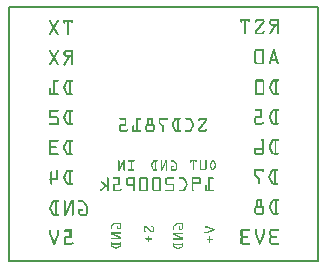
<source format=gbo>
G04 MADE WITH FRITZING*
G04 WWW.FRITZING.ORG*
G04 DOUBLE SIDED*
G04 HOLES PLATED*
G04 CONTOUR ON CENTER OF CONTOUR VECTOR*
%ASAXBY*%
%FSLAX23Y23*%
%MOIN*%
%OFA0B0*%
%SFA1.0B1.0*%
%ADD10R,1.037470X0.855630X1.021470X0.839630*%
%ADD11C,0.008000*%
%ADD12R,0.001000X0.001000*%
%LNSILK0*%
G90*
G70*
G54D11*
X4Y852D02*
X1033Y852D01*
X1033Y4D01*
X4Y4D01*
X4Y852D01*
D02*
G54D12*
X776Y812D02*
X807Y812D01*
X831Y812D02*
X850Y812D01*
X880Y812D02*
X904Y812D01*
X775Y811D02*
X808Y811D01*
X828Y811D02*
X852Y811D01*
X877Y811D02*
X904Y811D01*
X775Y810D02*
X808Y810D01*
X827Y810D02*
X853Y810D01*
X876Y810D02*
X904Y810D01*
X775Y809D02*
X808Y809D01*
X826Y809D02*
X854Y809D01*
X875Y809D02*
X904Y809D01*
X138Y808D02*
X142Y808D01*
X165Y808D02*
X168Y808D01*
X185Y808D02*
X217Y808D01*
X775Y808D02*
X808Y808D01*
X825Y808D02*
X855Y808D01*
X874Y808D02*
X904Y808D01*
X137Y807D02*
X142Y807D01*
X164Y807D02*
X169Y807D01*
X185Y807D02*
X217Y807D01*
X775Y807D02*
X808Y807D01*
X824Y807D02*
X855Y807D01*
X873Y807D02*
X904Y807D01*
X137Y806D02*
X143Y806D01*
X163Y806D02*
X169Y806D01*
X185Y806D02*
X217Y806D01*
X775Y806D02*
X808Y806D01*
X824Y806D02*
X856Y806D01*
X872Y806D02*
X904Y806D01*
X137Y805D02*
X144Y805D01*
X162Y805D02*
X169Y805D01*
X185Y805D02*
X217Y805D01*
X775Y805D02*
X781Y805D01*
X789Y805D02*
X794Y805D01*
X802Y805D02*
X808Y805D01*
X824Y805D02*
X830Y805D01*
X850Y805D02*
X856Y805D01*
X872Y805D02*
X879Y805D01*
X898Y805D02*
X904Y805D01*
X137Y804D02*
X144Y804D01*
X162Y804D02*
X169Y804D01*
X185Y804D02*
X217Y804D01*
X775Y804D02*
X781Y804D01*
X789Y804D02*
X794Y804D01*
X802Y804D02*
X808Y804D01*
X824Y804D02*
X829Y804D01*
X850Y804D02*
X856Y804D01*
X872Y804D02*
X878Y804D01*
X898Y804D02*
X904Y804D01*
X138Y803D02*
X145Y803D01*
X161Y803D02*
X168Y803D01*
X185Y803D02*
X217Y803D01*
X775Y803D02*
X781Y803D01*
X789Y803D02*
X794Y803D01*
X802Y803D02*
X808Y803D01*
X824Y803D02*
X829Y803D01*
X849Y803D02*
X855Y803D01*
X872Y803D02*
X878Y803D01*
X898Y803D02*
X904Y803D01*
X138Y802D02*
X145Y802D01*
X161Y802D02*
X168Y802D01*
X185Y802D02*
X191Y802D01*
X198Y802D02*
X204Y802D01*
X211Y802D02*
X217Y802D01*
X776Y802D02*
X781Y802D01*
X789Y802D02*
X794Y802D01*
X802Y802D02*
X807Y802D01*
X824Y802D02*
X829Y802D01*
X848Y802D02*
X855Y802D01*
X872Y802D02*
X877Y802D01*
X898Y802D02*
X904Y802D01*
X139Y801D02*
X146Y801D01*
X160Y801D02*
X167Y801D01*
X185Y801D02*
X191Y801D01*
X198Y801D02*
X204Y801D01*
X211Y801D02*
X217Y801D01*
X776Y801D02*
X780Y801D01*
X789Y801D02*
X794Y801D01*
X803Y801D02*
X807Y801D01*
X824Y801D02*
X828Y801D01*
X847Y801D02*
X855Y801D01*
X872Y801D02*
X877Y801D01*
X898Y801D02*
X904Y801D01*
X140Y800D02*
X146Y800D01*
X160Y800D02*
X166Y800D01*
X185Y800D02*
X191Y800D01*
X198Y800D02*
X204Y800D01*
X212Y800D02*
X217Y800D01*
X778Y800D02*
X779Y800D01*
X789Y800D02*
X794Y800D01*
X804Y800D02*
X805Y800D01*
X826Y800D02*
X827Y800D01*
X847Y800D02*
X854Y800D01*
X872Y800D02*
X877Y800D01*
X898Y800D02*
X904Y800D01*
X140Y799D02*
X147Y799D01*
X159Y799D02*
X166Y799D01*
X185Y799D02*
X191Y799D01*
X198Y799D02*
X204Y799D01*
X212Y799D02*
X217Y799D01*
X789Y799D02*
X794Y799D01*
X846Y799D02*
X853Y799D01*
X872Y799D02*
X877Y799D01*
X898Y799D02*
X904Y799D01*
X141Y798D02*
X148Y798D01*
X158Y798D02*
X165Y798D01*
X186Y798D02*
X190Y798D01*
X198Y798D02*
X204Y798D01*
X212Y798D02*
X217Y798D01*
X789Y798D02*
X794Y798D01*
X845Y798D02*
X853Y798D01*
X872Y798D02*
X878Y798D01*
X898Y798D02*
X904Y798D01*
X141Y797D02*
X148Y797D01*
X158Y797D02*
X165Y797D01*
X187Y797D02*
X189Y797D01*
X198Y797D02*
X204Y797D01*
X213Y797D02*
X215Y797D01*
X789Y797D02*
X794Y797D01*
X844Y797D02*
X852Y797D01*
X872Y797D02*
X878Y797D01*
X898Y797D02*
X904Y797D01*
X142Y796D02*
X149Y796D01*
X157Y796D02*
X164Y796D01*
X198Y796D02*
X204Y796D01*
X789Y796D02*
X794Y796D01*
X843Y796D02*
X851Y796D01*
X872Y796D02*
X879Y796D01*
X898Y796D02*
X904Y796D01*
X143Y795D02*
X149Y795D01*
X157Y795D02*
X163Y795D01*
X198Y795D02*
X204Y795D01*
X789Y795D02*
X794Y795D01*
X843Y795D02*
X850Y795D01*
X872Y795D02*
X904Y795D01*
X143Y794D02*
X150Y794D01*
X156Y794D02*
X163Y794D01*
X198Y794D02*
X204Y794D01*
X789Y794D02*
X794Y794D01*
X842Y794D02*
X850Y794D01*
X873Y794D02*
X904Y794D01*
X144Y793D02*
X151Y793D01*
X155Y793D02*
X162Y793D01*
X198Y793D02*
X204Y793D01*
X789Y793D02*
X794Y793D01*
X841Y793D02*
X849Y793D01*
X873Y793D02*
X904Y793D01*
X144Y792D02*
X151Y792D01*
X155Y792D02*
X162Y792D01*
X198Y792D02*
X204Y792D01*
X789Y792D02*
X794Y792D01*
X840Y792D02*
X848Y792D01*
X874Y792D02*
X904Y792D01*
X145Y791D02*
X152Y791D01*
X154Y791D02*
X161Y791D01*
X198Y791D02*
X204Y791D01*
X789Y791D02*
X794Y791D01*
X840Y791D02*
X847Y791D01*
X875Y791D02*
X904Y791D01*
X145Y790D02*
X161Y790D01*
X198Y790D02*
X204Y790D01*
X789Y790D02*
X794Y790D01*
X839Y790D02*
X846Y790D01*
X877Y790D02*
X904Y790D01*
X146Y789D02*
X160Y789D01*
X198Y789D02*
X204Y789D01*
X789Y789D02*
X794Y789D01*
X838Y789D02*
X846Y789D01*
X879Y789D02*
X904Y789D01*
X147Y788D02*
X159Y788D01*
X198Y788D02*
X204Y788D01*
X789Y788D02*
X794Y788D01*
X837Y788D02*
X845Y788D01*
X885Y788D02*
X892Y788D01*
X898Y788D02*
X904Y788D01*
X147Y787D02*
X159Y787D01*
X198Y787D02*
X204Y787D01*
X789Y787D02*
X794Y787D01*
X837Y787D02*
X844Y787D01*
X885Y787D02*
X892Y787D01*
X898Y787D02*
X904Y787D01*
X148Y786D02*
X158Y786D01*
X198Y786D02*
X204Y786D01*
X789Y786D02*
X794Y786D01*
X836Y786D02*
X843Y786D01*
X884Y786D02*
X891Y786D01*
X898Y786D02*
X904Y786D01*
X148Y785D02*
X158Y785D01*
X198Y785D02*
X204Y785D01*
X789Y785D02*
X794Y785D01*
X835Y785D02*
X843Y785D01*
X884Y785D02*
X890Y785D01*
X898Y785D02*
X904Y785D01*
X149Y784D02*
X157Y784D01*
X198Y784D02*
X204Y784D01*
X789Y784D02*
X794Y784D01*
X834Y784D02*
X842Y784D01*
X883Y784D02*
X890Y784D01*
X898Y784D02*
X904Y784D01*
X149Y783D02*
X157Y783D01*
X198Y783D02*
X204Y783D01*
X789Y783D02*
X794Y783D01*
X833Y783D02*
X841Y783D01*
X882Y783D02*
X889Y783D01*
X898Y783D02*
X904Y783D01*
X149Y782D02*
X157Y782D01*
X198Y782D02*
X204Y782D01*
X789Y782D02*
X794Y782D01*
X833Y782D02*
X840Y782D01*
X882Y782D02*
X889Y782D01*
X898Y782D02*
X904Y782D01*
X148Y781D02*
X158Y781D01*
X198Y781D02*
X204Y781D01*
X789Y781D02*
X794Y781D01*
X832Y781D02*
X839Y781D01*
X881Y781D02*
X888Y781D01*
X898Y781D02*
X904Y781D01*
X148Y780D02*
X158Y780D01*
X198Y780D02*
X204Y780D01*
X789Y780D02*
X794Y780D01*
X831Y780D02*
X839Y780D01*
X881Y780D02*
X888Y780D01*
X898Y780D02*
X904Y780D01*
X147Y779D02*
X159Y779D01*
X198Y779D02*
X204Y779D01*
X789Y779D02*
X794Y779D01*
X830Y779D02*
X838Y779D01*
X880Y779D02*
X887Y779D01*
X898Y779D02*
X904Y779D01*
X147Y778D02*
X159Y778D01*
X198Y778D02*
X204Y778D01*
X789Y778D02*
X794Y778D01*
X830Y778D02*
X837Y778D01*
X880Y778D02*
X886Y778D01*
X898Y778D02*
X904Y778D01*
X146Y777D02*
X160Y777D01*
X198Y777D02*
X204Y777D01*
X789Y777D02*
X794Y777D01*
X829Y777D02*
X836Y777D01*
X879Y777D02*
X886Y777D01*
X898Y777D02*
X904Y777D01*
X146Y776D02*
X160Y776D01*
X198Y776D02*
X204Y776D01*
X789Y776D02*
X794Y776D01*
X828Y776D02*
X836Y776D01*
X878Y776D02*
X885Y776D01*
X898Y776D02*
X904Y776D01*
X145Y775D02*
X152Y775D01*
X154Y775D02*
X161Y775D01*
X198Y775D02*
X204Y775D01*
X789Y775D02*
X794Y775D01*
X827Y775D02*
X835Y775D01*
X878Y775D02*
X885Y775D01*
X898Y775D02*
X904Y775D01*
X144Y774D02*
X151Y774D01*
X155Y774D02*
X162Y774D01*
X198Y774D02*
X204Y774D01*
X789Y774D02*
X794Y774D01*
X826Y774D02*
X834Y774D01*
X877Y774D02*
X884Y774D01*
X898Y774D02*
X904Y774D01*
X144Y773D02*
X151Y773D01*
X155Y773D02*
X162Y773D01*
X198Y773D02*
X204Y773D01*
X789Y773D02*
X794Y773D01*
X826Y773D02*
X833Y773D01*
X877Y773D02*
X883Y773D01*
X898Y773D02*
X904Y773D01*
X143Y772D02*
X150Y772D01*
X156Y772D02*
X163Y772D01*
X198Y772D02*
X204Y772D01*
X789Y772D02*
X794Y772D01*
X825Y772D02*
X832Y772D01*
X851Y772D02*
X854Y772D01*
X876Y772D02*
X883Y772D01*
X898Y772D02*
X904Y772D01*
X143Y771D02*
X149Y771D01*
X157Y771D02*
X163Y771D01*
X198Y771D02*
X204Y771D01*
X789Y771D02*
X794Y771D01*
X824Y771D02*
X832Y771D01*
X851Y771D02*
X855Y771D01*
X875Y771D02*
X882Y771D01*
X898Y771D02*
X904Y771D01*
X142Y770D02*
X149Y770D01*
X157Y770D02*
X164Y770D01*
X198Y770D02*
X204Y770D01*
X789Y770D02*
X794Y770D01*
X824Y770D02*
X831Y770D01*
X850Y770D02*
X856Y770D01*
X875Y770D02*
X882Y770D01*
X898Y770D02*
X904Y770D01*
X141Y769D02*
X148Y769D01*
X158Y769D02*
X165Y769D01*
X198Y769D02*
X204Y769D01*
X789Y769D02*
X794Y769D01*
X824Y769D02*
X830Y769D01*
X850Y769D02*
X856Y769D01*
X874Y769D02*
X881Y769D01*
X898Y769D02*
X904Y769D01*
X141Y768D02*
X148Y768D01*
X158Y768D02*
X165Y768D01*
X198Y768D02*
X204Y768D01*
X789Y768D02*
X794Y768D01*
X824Y768D02*
X829Y768D01*
X850Y768D02*
X856Y768D01*
X874Y768D02*
X881Y768D01*
X898Y768D02*
X904Y768D01*
X140Y767D02*
X147Y767D01*
X159Y767D02*
X166Y767D01*
X198Y767D02*
X204Y767D01*
X789Y767D02*
X794Y767D01*
X824Y767D02*
X830Y767D01*
X848Y767D02*
X855Y767D01*
X873Y767D02*
X880Y767D01*
X898Y767D02*
X904Y767D01*
X140Y766D02*
X146Y766D01*
X159Y766D02*
X166Y766D01*
X198Y766D02*
X204Y766D01*
X789Y766D02*
X794Y766D01*
X824Y766D02*
X855Y766D01*
X873Y766D02*
X879Y766D01*
X898Y766D02*
X904Y766D01*
X139Y765D02*
X146Y765D01*
X160Y765D02*
X167Y765D01*
X198Y765D02*
X204Y765D01*
X789Y765D02*
X794Y765D01*
X824Y765D02*
X855Y765D01*
X872Y765D02*
X879Y765D01*
X898Y765D02*
X904Y765D01*
X138Y764D02*
X145Y764D01*
X161Y764D02*
X168Y764D01*
X198Y764D02*
X204Y764D01*
X789Y764D02*
X794Y764D01*
X825Y764D02*
X854Y764D01*
X872Y764D02*
X878Y764D01*
X898Y764D02*
X904Y764D01*
X138Y763D02*
X145Y763D01*
X161Y763D02*
X168Y763D01*
X198Y763D02*
X204Y763D01*
X789Y763D02*
X794Y763D01*
X825Y763D02*
X853Y763D01*
X872Y763D02*
X878Y763D01*
X898Y763D02*
X904Y763D01*
X137Y762D02*
X144Y762D01*
X162Y762D02*
X169Y762D01*
X198Y762D02*
X204Y762D01*
X789Y762D02*
X794Y762D01*
X826Y762D02*
X852Y762D01*
X872Y762D02*
X877Y762D01*
X899Y762D02*
X903Y762D01*
X137Y761D02*
X144Y761D01*
X162Y761D02*
X169Y761D01*
X198Y761D02*
X204Y761D01*
X790Y761D02*
X793Y761D01*
X828Y761D02*
X850Y761D01*
X873Y761D02*
X876Y761D01*
X899Y761D02*
X903Y761D01*
X137Y760D02*
X143Y760D01*
X163Y760D02*
X169Y760D01*
X198Y760D02*
X204Y760D01*
X137Y759D02*
X142Y759D01*
X164Y759D02*
X169Y759D01*
X199Y759D02*
X204Y759D01*
X138Y758D02*
X142Y758D01*
X164Y758D02*
X168Y758D01*
X199Y758D02*
X203Y758D01*
X828Y712D02*
X849Y712D01*
X886Y712D02*
X887Y712D01*
X826Y711D02*
X851Y711D01*
X885Y711D02*
X889Y711D01*
X824Y710D02*
X853Y710D01*
X884Y710D02*
X889Y710D01*
X824Y709D02*
X853Y709D01*
X884Y709D02*
X890Y709D01*
X139Y708D02*
X142Y708D01*
X165Y708D02*
X169Y708D01*
X192Y708D02*
X218Y708D01*
X823Y708D02*
X854Y708D01*
X883Y708D02*
X890Y708D01*
X138Y707D02*
X143Y707D01*
X164Y707D02*
X169Y707D01*
X190Y707D02*
X218Y707D01*
X823Y707D02*
X854Y707D01*
X883Y707D02*
X890Y707D01*
X138Y706D02*
X144Y706D01*
X164Y706D02*
X170Y706D01*
X189Y706D02*
X218Y706D01*
X822Y706D02*
X855Y706D01*
X883Y706D02*
X891Y706D01*
X138Y705D02*
X144Y705D01*
X163Y705D02*
X170Y705D01*
X188Y705D02*
X218Y705D01*
X822Y705D02*
X828Y705D01*
X849Y705D02*
X855Y705D01*
X883Y705D02*
X891Y705D01*
X138Y704D02*
X145Y704D01*
X163Y704D02*
X169Y704D01*
X187Y704D02*
X218Y704D01*
X822Y704D02*
X828Y704D01*
X849Y704D02*
X855Y704D01*
X882Y704D02*
X891Y704D01*
X139Y703D02*
X145Y703D01*
X162Y703D02*
X169Y703D01*
X187Y703D02*
X218Y703D01*
X822Y703D02*
X828Y703D01*
X849Y703D02*
X855Y703D01*
X882Y703D02*
X891Y703D01*
X139Y702D02*
X146Y702D01*
X162Y702D02*
X168Y702D01*
X186Y702D02*
X194Y702D01*
X212Y702D02*
X218Y702D01*
X822Y702D02*
X828Y702D01*
X849Y702D02*
X855Y702D01*
X882Y702D02*
X892Y702D01*
X140Y701D02*
X147Y701D01*
X161Y701D02*
X168Y701D01*
X186Y701D02*
X193Y701D01*
X212Y701D02*
X218Y701D01*
X822Y701D02*
X828Y701D01*
X849Y701D02*
X855Y701D01*
X881Y701D02*
X892Y701D01*
X140Y700D02*
X147Y700D01*
X160Y700D02*
X167Y700D01*
X186Y700D02*
X192Y700D01*
X212Y700D02*
X218Y700D01*
X822Y700D02*
X828Y700D01*
X849Y700D02*
X855Y700D01*
X881Y700D02*
X892Y700D01*
X141Y699D02*
X148Y699D01*
X160Y699D02*
X167Y699D01*
X186Y699D02*
X192Y699D01*
X212Y699D02*
X218Y699D01*
X822Y699D02*
X828Y699D01*
X849Y699D02*
X855Y699D01*
X881Y699D02*
X893Y699D01*
X142Y698D02*
X148Y698D01*
X159Y698D02*
X166Y698D01*
X186Y698D02*
X192Y698D01*
X212Y698D02*
X218Y698D01*
X822Y698D02*
X828Y698D01*
X849Y698D02*
X855Y698D01*
X881Y698D02*
X893Y698D01*
X142Y697D02*
X149Y697D01*
X159Y697D02*
X165Y697D01*
X186Y697D02*
X192Y697D01*
X212Y697D02*
X218Y697D01*
X822Y697D02*
X828Y697D01*
X849Y697D02*
X855Y697D01*
X880Y697D02*
X893Y697D01*
X143Y696D02*
X150Y696D01*
X158Y696D02*
X165Y696D01*
X186Y696D02*
X192Y696D01*
X212Y696D02*
X218Y696D01*
X822Y696D02*
X828Y696D01*
X849Y696D02*
X855Y696D01*
X880Y696D02*
X893Y696D01*
X143Y695D02*
X150Y695D01*
X157Y695D02*
X164Y695D01*
X186Y695D02*
X192Y695D01*
X212Y695D02*
X218Y695D01*
X822Y695D02*
X828Y695D01*
X849Y695D02*
X855Y695D01*
X880Y695D02*
X886Y695D01*
X888Y695D02*
X894Y695D01*
X144Y694D02*
X151Y694D01*
X157Y694D02*
X164Y694D01*
X186Y694D02*
X192Y694D01*
X212Y694D02*
X218Y694D01*
X822Y694D02*
X828Y694D01*
X849Y694D02*
X855Y694D01*
X879Y694D02*
X885Y694D01*
X888Y694D02*
X894Y694D01*
X144Y693D02*
X151Y693D01*
X156Y693D02*
X163Y693D01*
X186Y693D02*
X193Y693D01*
X212Y693D02*
X218Y693D01*
X822Y693D02*
X828Y693D01*
X849Y693D02*
X855Y693D01*
X879Y693D02*
X885Y693D01*
X888Y693D02*
X894Y693D01*
X145Y692D02*
X152Y692D01*
X156Y692D02*
X163Y692D01*
X186Y692D02*
X194Y692D01*
X212Y692D02*
X218Y692D01*
X822Y692D02*
X828Y692D01*
X849Y692D02*
X855Y692D01*
X879Y692D02*
X885Y692D01*
X889Y692D02*
X895Y692D01*
X146Y691D02*
X152Y691D01*
X155Y691D02*
X162Y691D01*
X187Y691D02*
X218Y691D01*
X822Y691D02*
X828Y691D01*
X849Y691D02*
X855Y691D01*
X878Y691D02*
X885Y691D01*
X889Y691D02*
X895Y691D01*
X146Y690D02*
X161Y690D01*
X187Y690D02*
X218Y690D01*
X822Y690D02*
X828Y690D01*
X849Y690D02*
X855Y690D01*
X878Y690D02*
X884Y690D01*
X889Y690D02*
X895Y690D01*
X147Y689D02*
X161Y689D01*
X188Y689D02*
X218Y689D01*
X822Y689D02*
X828Y689D01*
X849Y689D02*
X855Y689D01*
X878Y689D02*
X884Y689D01*
X889Y689D02*
X895Y689D01*
X147Y688D02*
X160Y688D01*
X189Y688D02*
X218Y688D01*
X822Y688D02*
X828Y688D01*
X849Y688D02*
X855Y688D01*
X878Y688D02*
X884Y688D01*
X890Y688D02*
X896Y688D01*
X148Y687D02*
X160Y687D01*
X190Y687D02*
X218Y687D01*
X822Y687D02*
X828Y687D01*
X849Y687D02*
X855Y687D01*
X877Y687D02*
X883Y687D01*
X890Y687D02*
X896Y687D01*
X149Y686D02*
X159Y686D01*
X192Y686D02*
X218Y686D01*
X822Y686D02*
X828Y686D01*
X849Y686D02*
X855Y686D01*
X877Y686D02*
X883Y686D01*
X890Y686D02*
X896Y686D01*
X149Y685D02*
X158Y685D01*
X199Y685D02*
X207Y685D01*
X212Y685D02*
X218Y685D01*
X822Y685D02*
X828Y685D01*
X849Y685D02*
X855Y685D01*
X877Y685D02*
X883Y685D01*
X891Y685D02*
X897Y685D01*
X150Y684D02*
X158Y684D01*
X199Y684D02*
X206Y684D01*
X212Y684D02*
X218Y684D01*
X822Y684D02*
X828Y684D01*
X849Y684D02*
X855Y684D01*
X876Y684D02*
X882Y684D01*
X891Y684D02*
X897Y684D01*
X150Y683D02*
X157Y683D01*
X199Y683D02*
X205Y683D01*
X212Y683D02*
X218Y683D01*
X822Y683D02*
X828Y683D01*
X849Y683D02*
X855Y683D01*
X876Y683D02*
X882Y683D01*
X891Y683D02*
X897Y683D01*
X150Y682D02*
X158Y682D01*
X198Y682D02*
X205Y682D01*
X212Y682D02*
X218Y682D01*
X822Y682D02*
X828Y682D01*
X849Y682D02*
X855Y682D01*
X876Y682D02*
X882Y682D01*
X892Y682D02*
X898Y682D01*
X149Y681D02*
X158Y681D01*
X197Y681D02*
X204Y681D01*
X212Y681D02*
X218Y681D01*
X822Y681D02*
X828Y681D01*
X849Y681D02*
X855Y681D01*
X876Y681D02*
X882Y681D01*
X892Y681D02*
X898Y681D01*
X149Y680D02*
X159Y680D01*
X197Y680D02*
X204Y680D01*
X212Y680D02*
X218Y680D01*
X822Y680D02*
X828Y680D01*
X849Y680D02*
X855Y680D01*
X875Y680D02*
X881Y680D01*
X892Y680D02*
X898Y680D01*
X148Y679D02*
X159Y679D01*
X196Y679D02*
X203Y679D01*
X212Y679D02*
X218Y679D01*
X822Y679D02*
X828Y679D01*
X849Y679D02*
X855Y679D01*
X875Y679D02*
X881Y679D01*
X892Y679D02*
X898Y679D01*
X148Y678D02*
X160Y678D01*
X196Y678D02*
X202Y678D01*
X212Y678D02*
X218Y678D01*
X822Y678D02*
X828Y678D01*
X849Y678D02*
X855Y678D01*
X875Y678D02*
X899Y678D01*
X147Y677D02*
X161Y677D01*
X195Y677D02*
X202Y677D01*
X212Y677D02*
X218Y677D01*
X822Y677D02*
X828Y677D01*
X849Y677D02*
X855Y677D01*
X874Y677D02*
X899Y677D01*
X146Y676D02*
X161Y676D01*
X194Y676D02*
X201Y676D01*
X212Y676D02*
X218Y676D01*
X822Y676D02*
X828Y676D01*
X849Y676D02*
X855Y676D01*
X874Y676D02*
X899Y676D01*
X146Y675D02*
X153Y675D01*
X155Y675D02*
X162Y675D01*
X194Y675D02*
X201Y675D01*
X212Y675D02*
X218Y675D01*
X822Y675D02*
X828Y675D01*
X849Y675D02*
X855Y675D01*
X874Y675D02*
X900Y675D01*
X145Y674D02*
X152Y674D01*
X156Y674D02*
X162Y674D01*
X193Y674D02*
X200Y674D01*
X212Y674D02*
X218Y674D01*
X822Y674D02*
X828Y674D01*
X849Y674D02*
X855Y674D01*
X874Y674D02*
X900Y674D01*
X145Y673D02*
X151Y673D01*
X156Y673D02*
X163Y673D01*
X193Y673D02*
X200Y673D01*
X212Y673D02*
X218Y673D01*
X822Y673D02*
X828Y673D01*
X849Y673D02*
X855Y673D01*
X873Y673D02*
X900Y673D01*
X144Y672D02*
X151Y672D01*
X157Y672D02*
X164Y672D01*
X192Y672D02*
X199Y672D01*
X212Y672D02*
X218Y672D01*
X822Y672D02*
X828Y672D01*
X849Y672D02*
X855Y672D01*
X873Y672D02*
X900Y672D01*
X143Y671D02*
X150Y671D01*
X157Y671D02*
X164Y671D01*
X192Y671D02*
X198Y671D01*
X212Y671D02*
X218Y671D01*
X822Y671D02*
X828Y671D01*
X849Y671D02*
X855Y671D01*
X873Y671D02*
X879Y671D01*
X895Y671D02*
X901Y671D01*
X143Y670D02*
X150Y670D01*
X158Y670D02*
X165Y670D01*
X191Y670D02*
X198Y670D01*
X212Y670D02*
X218Y670D01*
X822Y670D02*
X828Y670D01*
X849Y670D02*
X855Y670D01*
X872Y670D02*
X878Y670D01*
X895Y670D02*
X901Y670D01*
X142Y669D02*
X149Y669D01*
X158Y669D02*
X165Y669D01*
X190Y669D02*
X197Y669D01*
X212Y669D02*
X218Y669D01*
X822Y669D02*
X828Y669D01*
X849Y669D02*
X855Y669D01*
X872Y669D02*
X878Y669D01*
X895Y669D02*
X901Y669D01*
X142Y668D02*
X148Y668D01*
X159Y668D02*
X166Y668D01*
X190Y668D02*
X197Y668D01*
X212Y668D02*
X218Y668D01*
X822Y668D02*
X828Y668D01*
X849Y668D02*
X855Y668D01*
X872Y668D02*
X878Y668D01*
X896Y668D02*
X902Y668D01*
X141Y667D02*
X148Y667D01*
X160Y667D02*
X166Y667D01*
X189Y667D02*
X196Y667D01*
X212Y667D02*
X218Y667D01*
X822Y667D02*
X829Y667D01*
X848Y667D02*
X855Y667D01*
X871Y667D02*
X877Y667D01*
X896Y667D02*
X902Y667D01*
X140Y666D02*
X147Y666D01*
X160Y666D02*
X167Y666D01*
X189Y666D02*
X195Y666D01*
X212Y666D02*
X218Y666D01*
X823Y666D02*
X855Y666D01*
X871Y666D02*
X877Y666D01*
X896Y666D02*
X902Y666D01*
X140Y665D02*
X147Y665D01*
X161Y665D02*
X168Y665D01*
X188Y665D02*
X195Y665D01*
X212Y665D02*
X218Y665D01*
X823Y665D02*
X854Y665D01*
X871Y665D02*
X877Y665D01*
X897Y665D02*
X903Y665D01*
X139Y664D02*
X146Y664D01*
X161Y664D02*
X168Y664D01*
X187Y664D02*
X194Y664D01*
X212Y664D02*
X218Y664D01*
X823Y664D02*
X854Y664D01*
X871Y664D02*
X877Y664D01*
X897Y664D02*
X903Y664D01*
X139Y663D02*
X146Y663D01*
X162Y663D02*
X169Y663D01*
X187Y663D02*
X194Y663D01*
X212Y663D02*
X218Y663D01*
X824Y663D02*
X853Y663D01*
X871Y663D02*
X876Y663D01*
X897Y663D02*
X903Y663D01*
X138Y662D02*
X145Y662D01*
X163Y662D02*
X169Y662D01*
X186Y662D02*
X193Y662D01*
X212Y662D02*
X218Y662D01*
X825Y662D02*
X852Y662D01*
X871Y662D02*
X876Y662D01*
X898Y662D02*
X902Y662D01*
X138Y661D02*
X144Y661D01*
X163Y661D02*
X170Y661D01*
X186Y661D02*
X193Y661D01*
X212Y661D02*
X218Y661D01*
X826Y661D02*
X851Y661D01*
X872Y661D02*
X875Y661D01*
X898Y661D02*
X902Y661D01*
X138Y660D02*
X144Y660D01*
X164Y660D02*
X170Y660D01*
X186Y660D02*
X192Y660D01*
X212Y660D02*
X218Y660D01*
X138Y659D02*
X143Y659D01*
X164Y659D02*
X170Y659D01*
X186Y659D02*
X191Y659D01*
X213Y659D02*
X218Y659D01*
X139Y658D02*
X142Y658D01*
X165Y658D02*
X169Y658D01*
X187Y658D02*
X191Y658D01*
X213Y658D02*
X217Y658D01*
X141Y657D02*
X141Y657D01*
X167Y657D02*
X167Y657D01*
X189Y657D02*
X189Y657D01*
X215Y657D02*
X215Y657D01*
X828Y610D02*
X851Y610D01*
X886Y610D02*
X902Y610D01*
X150Y609D02*
X167Y609D01*
X199Y609D02*
X216Y609D01*
X826Y609D02*
X853Y609D01*
X884Y609D02*
X903Y609D01*
X150Y608D02*
X168Y608D01*
X197Y608D02*
X217Y608D01*
X825Y608D02*
X854Y608D01*
X882Y608D02*
X903Y608D01*
X150Y607D02*
X169Y607D01*
X196Y607D02*
X217Y607D01*
X824Y607D02*
X854Y607D01*
X881Y607D02*
X903Y607D01*
X150Y606D02*
X169Y606D01*
X195Y606D02*
X217Y606D01*
X824Y606D02*
X855Y606D01*
X881Y606D02*
X903Y606D01*
X150Y605D02*
X169Y605D01*
X194Y605D02*
X217Y605D01*
X823Y605D02*
X855Y605D01*
X880Y605D02*
X903Y605D01*
X150Y604D02*
X168Y604D01*
X194Y604D02*
X216Y604D01*
X823Y604D02*
X855Y604D01*
X879Y604D02*
X901Y604D01*
X150Y603D02*
X167Y603D01*
X193Y603D02*
X215Y603D01*
X823Y603D02*
X829Y603D01*
X850Y603D02*
X855Y603D01*
X879Y603D02*
X886Y603D01*
X891Y603D02*
X897Y603D01*
X150Y602D02*
X156Y602D01*
X193Y602D02*
X199Y602D01*
X205Y602D02*
X211Y602D01*
X823Y602D02*
X829Y602D01*
X850Y602D02*
X855Y602D01*
X878Y602D02*
X885Y602D01*
X891Y602D02*
X897Y602D01*
X150Y601D02*
X156Y601D01*
X192Y601D02*
X199Y601D01*
X205Y601D02*
X211Y601D01*
X823Y601D02*
X829Y601D01*
X850Y601D02*
X855Y601D01*
X878Y601D02*
X884Y601D01*
X891Y601D02*
X897Y601D01*
X150Y600D02*
X156Y600D01*
X192Y600D02*
X198Y600D01*
X205Y600D02*
X211Y600D01*
X823Y600D02*
X829Y600D01*
X850Y600D02*
X855Y600D01*
X877Y600D02*
X884Y600D01*
X891Y600D02*
X897Y600D01*
X150Y599D02*
X156Y599D01*
X191Y599D02*
X198Y599D01*
X205Y599D02*
X211Y599D01*
X823Y599D02*
X829Y599D01*
X850Y599D02*
X855Y599D01*
X877Y599D02*
X883Y599D01*
X891Y599D02*
X897Y599D01*
X150Y598D02*
X156Y598D01*
X191Y598D02*
X197Y598D01*
X205Y598D02*
X211Y598D01*
X823Y598D02*
X829Y598D01*
X850Y598D02*
X855Y598D01*
X876Y598D02*
X883Y598D01*
X891Y598D02*
X897Y598D01*
X150Y597D02*
X156Y597D01*
X190Y597D02*
X197Y597D01*
X205Y597D02*
X211Y597D01*
X823Y597D02*
X829Y597D01*
X850Y597D02*
X855Y597D01*
X876Y597D02*
X882Y597D01*
X891Y597D02*
X897Y597D01*
X150Y596D02*
X156Y596D01*
X190Y596D02*
X196Y596D01*
X205Y596D02*
X211Y596D01*
X823Y596D02*
X829Y596D01*
X850Y596D02*
X855Y596D01*
X875Y596D02*
X882Y596D01*
X891Y596D02*
X897Y596D01*
X150Y595D02*
X156Y595D01*
X189Y595D02*
X196Y595D01*
X205Y595D02*
X211Y595D01*
X823Y595D02*
X829Y595D01*
X850Y595D02*
X855Y595D01*
X875Y595D02*
X881Y595D01*
X891Y595D02*
X897Y595D01*
X150Y594D02*
X156Y594D01*
X189Y594D02*
X195Y594D01*
X205Y594D02*
X211Y594D01*
X823Y594D02*
X829Y594D01*
X850Y594D02*
X855Y594D01*
X874Y594D02*
X881Y594D01*
X891Y594D02*
X897Y594D01*
X150Y593D02*
X156Y593D01*
X188Y593D02*
X195Y593D01*
X205Y593D02*
X211Y593D01*
X823Y593D02*
X829Y593D01*
X850Y593D02*
X855Y593D01*
X874Y593D02*
X880Y593D01*
X891Y593D02*
X897Y593D01*
X150Y592D02*
X156Y592D01*
X188Y592D02*
X194Y592D01*
X205Y592D02*
X211Y592D01*
X823Y592D02*
X829Y592D01*
X850Y592D02*
X855Y592D01*
X873Y592D02*
X880Y592D01*
X891Y592D02*
X897Y592D01*
X150Y591D02*
X156Y591D01*
X187Y591D02*
X194Y591D01*
X205Y591D02*
X211Y591D01*
X823Y591D02*
X829Y591D01*
X850Y591D02*
X855Y591D01*
X873Y591D02*
X879Y591D01*
X891Y591D02*
X897Y591D01*
X150Y590D02*
X156Y590D01*
X187Y590D02*
X193Y590D01*
X205Y590D02*
X211Y590D01*
X823Y590D02*
X829Y590D01*
X850Y590D02*
X855Y590D01*
X873Y590D02*
X879Y590D01*
X891Y590D02*
X897Y590D01*
X150Y589D02*
X156Y589D01*
X186Y589D02*
X193Y589D01*
X205Y589D02*
X211Y589D01*
X823Y589D02*
X829Y589D01*
X850Y589D02*
X855Y589D01*
X872Y589D02*
X878Y589D01*
X891Y589D02*
X897Y589D01*
X150Y588D02*
X156Y588D01*
X186Y588D02*
X192Y588D01*
X205Y588D02*
X211Y588D01*
X823Y588D02*
X829Y588D01*
X850Y588D02*
X855Y588D01*
X872Y588D02*
X878Y588D01*
X891Y588D02*
X897Y588D01*
X150Y587D02*
X156Y587D01*
X185Y587D02*
X192Y587D01*
X205Y587D02*
X211Y587D01*
X823Y587D02*
X829Y587D01*
X850Y587D02*
X855Y587D01*
X872Y587D02*
X877Y587D01*
X891Y587D02*
X897Y587D01*
X150Y586D02*
X156Y586D01*
X185Y586D02*
X191Y586D01*
X205Y586D02*
X211Y586D01*
X823Y586D02*
X829Y586D01*
X850Y586D02*
X855Y586D01*
X872Y586D02*
X877Y586D01*
X891Y586D02*
X897Y586D01*
X150Y585D02*
X156Y585D01*
X185Y585D02*
X191Y585D01*
X205Y585D02*
X211Y585D01*
X823Y585D02*
X829Y585D01*
X850Y585D02*
X855Y585D01*
X871Y585D02*
X877Y585D01*
X891Y585D02*
X897Y585D01*
X150Y584D02*
X156Y584D01*
X185Y584D02*
X191Y584D01*
X205Y584D02*
X211Y584D01*
X823Y584D02*
X829Y584D01*
X850Y584D02*
X855Y584D01*
X871Y584D02*
X877Y584D01*
X891Y584D02*
X897Y584D01*
X150Y583D02*
X156Y583D01*
X185Y583D02*
X191Y583D01*
X205Y583D02*
X211Y583D01*
X823Y583D02*
X829Y583D01*
X850Y583D02*
X855Y583D01*
X872Y583D02*
X877Y583D01*
X891Y583D02*
X897Y583D01*
X150Y582D02*
X156Y582D01*
X185Y582D02*
X191Y582D01*
X205Y582D02*
X211Y582D01*
X823Y582D02*
X829Y582D01*
X850Y582D02*
X855Y582D01*
X872Y582D02*
X878Y582D01*
X891Y582D02*
X897Y582D01*
X139Y581D02*
X141Y581D01*
X150Y581D02*
X156Y581D01*
X185Y581D02*
X191Y581D01*
X205Y581D02*
X211Y581D01*
X823Y581D02*
X829Y581D01*
X850Y581D02*
X855Y581D01*
X872Y581D02*
X878Y581D01*
X891Y581D02*
X897Y581D01*
X138Y580D02*
X142Y580D01*
X150Y580D02*
X156Y580D01*
X186Y580D02*
X192Y580D01*
X205Y580D02*
X211Y580D01*
X823Y580D02*
X829Y580D01*
X850Y580D02*
X855Y580D01*
X872Y580D02*
X878Y580D01*
X891Y580D02*
X897Y580D01*
X137Y579D02*
X142Y579D01*
X150Y579D02*
X156Y579D01*
X186Y579D02*
X192Y579D01*
X205Y579D02*
X211Y579D01*
X823Y579D02*
X829Y579D01*
X850Y579D02*
X855Y579D01*
X873Y579D02*
X879Y579D01*
X891Y579D02*
X897Y579D01*
X137Y578D02*
X143Y578D01*
X150Y578D02*
X156Y578D01*
X186Y578D02*
X193Y578D01*
X205Y578D02*
X211Y578D01*
X823Y578D02*
X829Y578D01*
X850Y578D02*
X855Y578D01*
X873Y578D02*
X879Y578D01*
X891Y578D02*
X897Y578D01*
X137Y577D02*
X143Y577D01*
X150Y577D02*
X156Y577D01*
X187Y577D02*
X193Y577D01*
X205Y577D02*
X211Y577D01*
X823Y577D02*
X829Y577D01*
X850Y577D02*
X855Y577D01*
X873Y577D02*
X880Y577D01*
X891Y577D02*
X897Y577D01*
X137Y576D02*
X143Y576D01*
X150Y576D02*
X156Y576D01*
X187Y576D02*
X194Y576D01*
X205Y576D02*
X211Y576D01*
X823Y576D02*
X829Y576D01*
X850Y576D02*
X855Y576D01*
X874Y576D02*
X880Y576D01*
X891Y576D02*
X897Y576D01*
X137Y575D02*
X143Y575D01*
X150Y575D02*
X156Y575D01*
X188Y575D02*
X194Y575D01*
X205Y575D02*
X211Y575D01*
X823Y575D02*
X829Y575D01*
X850Y575D02*
X855Y575D01*
X874Y575D02*
X881Y575D01*
X891Y575D02*
X897Y575D01*
X137Y574D02*
X143Y574D01*
X150Y574D02*
X156Y574D01*
X188Y574D02*
X195Y574D01*
X205Y574D02*
X211Y574D01*
X823Y574D02*
X829Y574D01*
X850Y574D02*
X855Y574D01*
X875Y574D02*
X881Y574D01*
X891Y574D02*
X897Y574D01*
X137Y573D02*
X143Y573D01*
X150Y573D02*
X156Y573D01*
X189Y573D02*
X195Y573D01*
X205Y573D02*
X211Y573D01*
X823Y573D02*
X829Y573D01*
X850Y573D02*
X855Y573D01*
X875Y573D02*
X882Y573D01*
X891Y573D02*
X897Y573D01*
X137Y572D02*
X143Y572D01*
X150Y572D02*
X156Y572D01*
X189Y572D02*
X196Y572D01*
X205Y572D02*
X211Y572D01*
X823Y572D02*
X829Y572D01*
X850Y572D02*
X855Y572D01*
X876Y572D02*
X882Y572D01*
X891Y572D02*
X897Y572D01*
X137Y571D02*
X143Y571D01*
X150Y571D02*
X156Y571D01*
X190Y571D02*
X196Y571D01*
X205Y571D02*
X211Y571D01*
X823Y571D02*
X829Y571D01*
X850Y571D02*
X855Y571D01*
X876Y571D02*
X883Y571D01*
X891Y571D02*
X897Y571D01*
X137Y570D02*
X143Y570D01*
X150Y570D02*
X156Y570D01*
X190Y570D02*
X197Y570D01*
X205Y570D02*
X211Y570D01*
X823Y570D02*
X829Y570D01*
X850Y570D02*
X855Y570D01*
X877Y570D02*
X883Y570D01*
X891Y570D02*
X897Y570D01*
X137Y569D02*
X143Y569D01*
X150Y569D02*
X156Y569D01*
X191Y569D02*
X197Y569D01*
X205Y569D02*
X211Y569D01*
X823Y569D02*
X829Y569D01*
X850Y569D02*
X855Y569D01*
X877Y569D02*
X884Y569D01*
X891Y569D02*
X897Y569D01*
X137Y568D02*
X143Y568D01*
X150Y568D02*
X156Y568D01*
X191Y568D02*
X198Y568D01*
X205Y568D02*
X211Y568D01*
X823Y568D02*
X829Y568D01*
X850Y568D02*
X855Y568D01*
X878Y568D02*
X884Y568D01*
X891Y568D02*
X897Y568D01*
X137Y567D02*
X143Y567D01*
X150Y567D02*
X156Y567D01*
X192Y567D02*
X198Y567D01*
X205Y567D02*
X211Y567D01*
X823Y567D02*
X829Y567D01*
X850Y567D02*
X855Y567D01*
X878Y567D02*
X885Y567D01*
X891Y567D02*
X897Y567D01*
X137Y566D02*
X143Y566D01*
X150Y566D02*
X156Y566D01*
X192Y566D02*
X199Y566D01*
X205Y566D02*
X211Y566D01*
X823Y566D02*
X829Y566D01*
X850Y566D02*
X855Y566D01*
X879Y566D02*
X886Y566D01*
X891Y566D02*
X897Y566D01*
X137Y565D02*
X143Y565D01*
X150Y565D02*
X156Y565D01*
X192Y565D02*
X200Y565D01*
X205Y565D02*
X211Y565D01*
X823Y565D02*
X855Y565D01*
X879Y565D02*
X901Y565D01*
X137Y564D02*
X167Y564D01*
X193Y564D02*
X215Y564D01*
X823Y564D02*
X855Y564D01*
X880Y564D02*
X903Y564D01*
X137Y563D02*
X168Y563D01*
X194Y563D02*
X216Y563D01*
X824Y563D02*
X855Y563D01*
X880Y563D02*
X903Y563D01*
X137Y562D02*
X169Y562D01*
X194Y562D02*
X217Y562D01*
X824Y562D02*
X854Y562D01*
X881Y562D02*
X903Y562D01*
X137Y561D02*
X169Y561D01*
X195Y561D02*
X217Y561D01*
X825Y561D02*
X854Y561D01*
X882Y561D02*
X903Y561D01*
X137Y560D02*
X169Y560D01*
X196Y560D02*
X217Y560D01*
X826Y560D02*
X853Y560D01*
X884Y560D02*
X903Y560D01*
X138Y559D02*
X168Y559D01*
X197Y559D02*
X217Y559D01*
X828Y559D02*
X851Y559D01*
X886Y559D02*
X902Y559D01*
X139Y558D02*
X167Y558D01*
X200Y558D02*
X215Y558D01*
X825Y511D02*
X848Y511D01*
X887Y511D02*
X900Y511D01*
X823Y510D02*
X848Y510D01*
X884Y510D02*
X902Y510D01*
X141Y509D02*
X168Y509D01*
X199Y509D02*
X216Y509D01*
X823Y509D02*
X848Y509D01*
X882Y509D02*
X902Y509D01*
X140Y508D02*
X169Y508D01*
X197Y508D02*
X217Y508D01*
X822Y508D02*
X848Y508D01*
X881Y508D02*
X903Y508D01*
X139Y507D02*
X169Y507D01*
X196Y507D02*
X218Y507D01*
X823Y507D02*
X848Y507D01*
X880Y507D02*
X903Y507D01*
X138Y506D02*
X169Y506D01*
X195Y506D02*
X218Y506D01*
X823Y506D02*
X848Y506D01*
X879Y506D02*
X902Y506D01*
X138Y505D02*
X169Y505D01*
X194Y505D02*
X217Y505D01*
X824Y505D02*
X848Y505D01*
X879Y505D02*
X901Y505D01*
X137Y504D02*
X168Y504D01*
X194Y504D02*
X216Y504D01*
X842Y504D02*
X848Y504D01*
X878Y504D02*
X885Y504D01*
X890Y504D02*
X896Y504D01*
X137Y503D02*
X143Y503D01*
X193Y503D02*
X201Y503D01*
X205Y503D02*
X211Y503D01*
X842Y503D02*
X848Y503D01*
X878Y503D02*
X884Y503D01*
X890Y503D02*
X896Y503D01*
X137Y502D02*
X143Y502D01*
X193Y502D02*
X200Y502D01*
X205Y502D02*
X211Y502D01*
X842Y502D02*
X848Y502D01*
X877Y502D02*
X884Y502D01*
X890Y502D02*
X896Y502D01*
X137Y501D02*
X143Y501D01*
X192Y501D02*
X199Y501D01*
X205Y501D02*
X211Y501D01*
X842Y501D02*
X848Y501D01*
X877Y501D02*
X883Y501D01*
X890Y501D02*
X896Y501D01*
X137Y500D02*
X143Y500D01*
X192Y500D02*
X198Y500D01*
X205Y500D02*
X211Y500D01*
X842Y500D02*
X848Y500D01*
X876Y500D02*
X883Y500D01*
X890Y500D02*
X896Y500D01*
X137Y499D02*
X143Y499D01*
X191Y499D02*
X198Y499D01*
X205Y499D02*
X211Y499D01*
X842Y499D02*
X848Y499D01*
X876Y499D02*
X882Y499D01*
X890Y499D02*
X896Y499D01*
X137Y498D02*
X143Y498D01*
X191Y498D02*
X197Y498D01*
X205Y498D02*
X211Y498D01*
X842Y498D02*
X848Y498D01*
X875Y498D02*
X882Y498D01*
X890Y498D02*
X896Y498D01*
X137Y497D02*
X143Y497D01*
X190Y497D02*
X197Y497D01*
X205Y497D02*
X211Y497D01*
X842Y497D02*
X848Y497D01*
X875Y497D02*
X881Y497D01*
X890Y497D02*
X896Y497D01*
X137Y496D02*
X143Y496D01*
X190Y496D02*
X196Y496D01*
X205Y496D02*
X211Y496D01*
X842Y496D02*
X848Y496D01*
X874Y496D02*
X881Y496D01*
X890Y496D02*
X896Y496D01*
X137Y495D02*
X143Y495D01*
X189Y495D02*
X196Y495D01*
X205Y495D02*
X211Y495D01*
X842Y495D02*
X848Y495D01*
X874Y495D02*
X880Y495D01*
X890Y495D02*
X896Y495D01*
X137Y494D02*
X143Y494D01*
X189Y494D02*
X195Y494D01*
X205Y494D02*
X211Y494D01*
X842Y494D02*
X848Y494D01*
X873Y494D02*
X880Y494D01*
X890Y494D02*
X896Y494D01*
X137Y493D02*
X143Y493D01*
X188Y493D02*
X195Y493D01*
X205Y493D02*
X211Y493D01*
X842Y493D02*
X848Y493D01*
X873Y493D02*
X879Y493D01*
X890Y493D02*
X896Y493D01*
X137Y492D02*
X143Y492D01*
X188Y492D02*
X194Y492D01*
X205Y492D02*
X211Y492D01*
X842Y492D02*
X848Y492D01*
X872Y492D02*
X879Y492D01*
X890Y492D02*
X896Y492D01*
X137Y491D02*
X143Y491D01*
X187Y491D02*
X194Y491D01*
X205Y491D02*
X211Y491D01*
X842Y491D02*
X848Y491D01*
X872Y491D02*
X878Y491D01*
X890Y491D02*
X896Y491D01*
X137Y490D02*
X143Y490D01*
X187Y490D02*
X193Y490D01*
X205Y490D02*
X211Y490D01*
X842Y490D02*
X848Y490D01*
X871Y490D02*
X878Y490D01*
X890Y490D02*
X896Y490D01*
X137Y489D02*
X143Y489D01*
X186Y489D02*
X193Y489D01*
X205Y489D02*
X211Y489D01*
X842Y489D02*
X848Y489D01*
X871Y489D02*
X877Y489D01*
X890Y489D02*
X896Y489D01*
X137Y488D02*
X143Y488D01*
X186Y488D02*
X192Y488D01*
X205Y488D02*
X211Y488D01*
X827Y488D02*
X848Y488D01*
X871Y488D02*
X877Y488D01*
X890Y488D02*
X896Y488D01*
X137Y487D02*
X164Y487D01*
X186Y487D02*
X192Y487D01*
X205Y487D02*
X211Y487D01*
X825Y487D02*
X848Y487D01*
X871Y487D02*
X877Y487D01*
X890Y487D02*
X896Y487D01*
X137Y486D02*
X166Y486D01*
X186Y486D02*
X191Y486D01*
X205Y486D02*
X211Y486D01*
X824Y486D02*
X848Y486D01*
X871Y486D02*
X876Y486D01*
X890Y486D02*
X896Y486D01*
X138Y485D02*
X168Y485D01*
X186Y485D02*
X191Y485D01*
X205Y485D02*
X211Y485D01*
X823Y485D02*
X848Y485D01*
X871Y485D02*
X876Y485D01*
X890Y485D02*
X896Y485D01*
X138Y484D02*
X168Y484D01*
X185Y484D02*
X191Y484D01*
X205Y484D02*
X211Y484D01*
X823Y484D02*
X848Y484D01*
X871Y484D02*
X876Y484D01*
X890Y484D02*
X896Y484D01*
X139Y483D02*
X169Y483D01*
X186Y483D02*
X191Y483D01*
X205Y483D02*
X211Y483D01*
X823Y483D02*
X848Y483D01*
X871Y483D02*
X877Y483D01*
X890Y483D02*
X896Y483D01*
X140Y482D02*
X169Y482D01*
X186Y482D02*
X191Y482D01*
X205Y482D02*
X211Y482D01*
X373Y482D02*
X395Y482D01*
X428Y482D02*
X444Y482D01*
X467Y482D02*
X482Y482D01*
X503Y482D02*
X531Y482D01*
X559Y482D02*
X575Y482D01*
X592Y482D02*
X608Y482D01*
X639Y482D02*
X660Y482D01*
X822Y482D02*
X848Y482D01*
X871Y482D02*
X877Y482D01*
X890Y482D02*
X896Y482D01*
X142Y481D02*
X169Y481D01*
X186Y481D02*
X192Y481D01*
X205Y481D02*
X211Y481D01*
X372Y481D02*
X395Y481D01*
X428Y481D02*
X445Y481D01*
X466Y481D02*
X482Y481D01*
X503Y481D02*
X532Y481D01*
X558Y481D02*
X576Y481D01*
X591Y481D02*
X610Y481D01*
X638Y481D02*
X661Y481D01*
X822Y481D02*
X828Y481D01*
X871Y481D02*
X877Y481D01*
X890Y481D02*
X896Y481D01*
X164Y480D02*
X169Y480D01*
X186Y480D02*
X192Y480D01*
X205Y480D02*
X211Y480D01*
X372Y480D02*
X395Y480D01*
X428Y480D02*
X445Y480D01*
X466Y480D02*
X483Y480D01*
X503Y480D02*
X532Y480D01*
X556Y480D02*
X576Y480D01*
X591Y480D02*
X611Y480D01*
X637Y480D02*
X662Y480D01*
X822Y480D02*
X828Y480D01*
X872Y480D02*
X878Y480D01*
X890Y480D02*
X896Y480D01*
X164Y479D02*
X169Y479D01*
X186Y479D02*
X193Y479D01*
X205Y479D02*
X211Y479D01*
X372Y479D02*
X395Y479D01*
X428Y479D02*
X445Y479D01*
X466Y479D02*
X483Y479D01*
X503Y479D02*
X532Y479D01*
X556Y479D02*
X576Y479D01*
X591Y479D02*
X612Y479D01*
X636Y479D02*
X663Y479D01*
X822Y479D02*
X828Y479D01*
X872Y479D02*
X878Y479D01*
X890Y479D02*
X896Y479D01*
X164Y478D02*
X169Y478D01*
X187Y478D02*
X193Y478D01*
X205Y478D02*
X211Y478D01*
X373Y478D02*
X395Y478D01*
X428Y478D02*
X444Y478D01*
X466Y478D02*
X483Y478D01*
X503Y478D02*
X532Y478D01*
X555Y478D02*
X576Y478D01*
X591Y478D02*
X612Y478D01*
X635Y478D02*
X663Y478D01*
X822Y478D02*
X828Y478D01*
X872Y478D02*
X879Y478D01*
X890Y478D02*
X896Y478D01*
X164Y477D02*
X169Y477D01*
X187Y477D02*
X194Y477D01*
X205Y477D02*
X211Y477D01*
X374Y477D02*
X395Y477D01*
X428Y477D02*
X443Y477D01*
X466Y477D02*
X483Y477D01*
X503Y477D02*
X532Y477D01*
X554Y477D02*
X574Y477D01*
X593Y477D02*
X613Y477D01*
X635Y477D02*
X664Y477D01*
X822Y477D02*
X828Y477D01*
X873Y477D02*
X879Y477D01*
X890Y477D02*
X896Y477D01*
X164Y476D02*
X169Y476D01*
X188Y476D02*
X194Y476D01*
X205Y476D02*
X211Y476D01*
X390Y476D02*
X395Y476D01*
X428Y476D02*
X433Y476D01*
X466Y476D02*
X471Y476D01*
X478Y476D02*
X483Y476D01*
X503Y476D02*
X508Y476D01*
X528Y476D02*
X532Y476D01*
X554Y476D02*
X560Y476D01*
X565Y476D02*
X570Y476D01*
X607Y476D02*
X613Y476D01*
X635Y476D02*
X640Y476D01*
X659Y476D02*
X664Y476D01*
X822Y476D02*
X828Y476D01*
X873Y476D02*
X880Y476D01*
X890Y476D02*
X896Y476D01*
X164Y475D02*
X169Y475D01*
X188Y475D02*
X195Y475D01*
X205Y475D02*
X211Y475D01*
X390Y475D02*
X395Y475D01*
X428Y475D02*
X433Y475D01*
X466Y475D02*
X471Y475D01*
X478Y475D02*
X483Y475D01*
X503Y475D02*
X508Y475D01*
X528Y475D02*
X531Y475D01*
X553Y475D02*
X559Y475D01*
X565Y475D02*
X570Y475D01*
X608Y475D02*
X614Y475D01*
X635Y475D02*
X640Y475D01*
X658Y475D02*
X664Y475D01*
X822Y475D02*
X828Y475D01*
X874Y475D02*
X880Y475D01*
X890Y475D02*
X896Y475D01*
X164Y474D02*
X169Y474D01*
X189Y474D02*
X195Y474D01*
X205Y474D02*
X211Y474D01*
X390Y474D02*
X395Y474D01*
X428Y474D02*
X433Y474D01*
X466Y474D02*
X471Y474D01*
X478Y474D02*
X483Y474D01*
X503Y474D02*
X508Y474D01*
X553Y474D02*
X559Y474D01*
X565Y474D02*
X570Y474D01*
X608Y474D02*
X614Y474D01*
X635Y474D02*
X640Y474D01*
X657Y474D02*
X663Y474D01*
X822Y474D02*
X828Y474D01*
X874Y474D02*
X881Y474D01*
X890Y474D02*
X896Y474D01*
X164Y473D02*
X169Y473D01*
X189Y473D02*
X196Y473D01*
X205Y473D02*
X211Y473D01*
X390Y473D02*
X395Y473D01*
X428Y473D02*
X433Y473D01*
X466Y473D02*
X471Y473D01*
X478Y473D02*
X483Y473D01*
X503Y473D02*
X508Y473D01*
X552Y473D02*
X558Y473D01*
X565Y473D02*
X570Y473D01*
X609Y473D02*
X615Y473D01*
X635Y473D02*
X639Y473D01*
X657Y473D02*
X663Y473D01*
X822Y473D02*
X828Y473D01*
X875Y473D02*
X881Y473D01*
X890Y473D02*
X896Y473D01*
X164Y472D02*
X169Y472D01*
X190Y472D02*
X196Y472D01*
X205Y472D02*
X211Y472D01*
X390Y472D02*
X395Y472D01*
X428Y472D02*
X433Y472D01*
X466Y472D02*
X471Y472D01*
X478Y472D02*
X483Y472D01*
X503Y472D02*
X508Y472D01*
X552Y472D02*
X558Y472D01*
X565Y472D02*
X570Y472D01*
X609Y472D02*
X615Y472D01*
X636Y472D02*
X638Y472D01*
X656Y472D02*
X662Y472D01*
X822Y472D02*
X828Y472D01*
X875Y472D02*
X882Y472D01*
X890Y472D02*
X896Y472D01*
X164Y471D02*
X169Y471D01*
X190Y471D02*
X197Y471D01*
X205Y471D02*
X211Y471D01*
X390Y471D02*
X395Y471D01*
X428Y471D02*
X433Y471D01*
X466Y471D02*
X471Y471D01*
X478Y471D02*
X483Y471D01*
X503Y471D02*
X508Y471D01*
X551Y471D02*
X557Y471D01*
X565Y471D02*
X570Y471D01*
X610Y471D02*
X616Y471D01*
X655Y471D02*
X662Y471D01*
X822Y471D02*
X828Y471D01*
X876Y471D02*
X882Y471D01*
X890Y471D02*
X896Y471D01*
X164Y470D02*
X169Y470D01*
X191Y470D02*
X197Y470D01*
X205Y470D02*
X211Y470D01*
X390Y470D02*
X395Y470D01*
X428Y470D02*
X433Y470D01*
X466Y470D02*
X471Y470D01*
X478Y470D02*
X483Y470D01*
X503Y470D02*
X508Y470D01*
X551Y470D02*
X557Y470D01*
X565Y470D02*
X570Y470D01*
X610Y470D02*
X616Y470D01*
X654Y470D02*
X661Y470D01*
X822Y470D02*
X828Y470D01*
X876Y470D02*
X883Y470D01*
X890Y470D02*
X896Y470D01*
X164Y469D02*
X169Y469D01*
X191Y469D02*
X198Y469D01*
X205Y469D02*
X211Y469D01*
X390Y469D02*
X395Y469D01*
X428Y469D02*
X433Y469D01*
X466Y469D02*
X471Y469D01*
X478Y469D02*
X483Y469D01*
X503Y469D02*
X508Y469D01*
X550Y469D02*
X556Y469D01*
X565Y469D02*
X570Y469D01*
X611Y469D02*
X617Y469D01*
X653Y469D02*
X660Y469D01*
X822Y469D02*
X828Y469D01*
X877Y469D02*
X883Y469D01*
X890Y469D02*
X896Y469D01*
X164Y468D02*
X169Y468D01*
X192Y468D02*
X198Y468D01*
X205Y468D02*
X211Y468D01*
X390Y468D02*
X395Y468D01*
X428Y468D02*
X433Y468D01*
X466Y468D02*
X471Y468D01*
X478Y468D02*
X483Y468D01*
X503Y468D02*
X508Y468D01*
X550Y468D02*
X556Y468D01*
X565Y468D02*
X570Y468D01*
X611Y468D02*
X617Y468D01*
X653Y468D02*
X659Y468D01*
X822Y468D02*
X828Y468D01*
X850Y468D02*
X853Y468D01*
X877Y468D02*
X884Y468D01*
X890Y468D02*
X896Y468D01*
X164Y467D02*
X169Y467D01*
X192Y467D02*
X199Y467D01*
X205Y467D02*
X211Y467D01*
X390Y467D02*
X395Y467D01*
X428Y467D02*
X433Y467D01*
X466Y467D02*
X471Y467D01*
X478Y467D02*
X483Y467D01*
X503Y467D02*
X508Y467D01*
X549Y467D02*
X555Y467D01*
X565Y467D02*
X570Y467D01*
X612Y467D02*
X618Y467D01*
X652Y467D02*
X659Y467D01*
X822Y467D02*
X828Y467D01*
X847Y467D02*
X854Y467D01*
X878Y467D02*
X885Y467D01*
X890Y467D02*
X896Y467D01*
X164Y466D02*
X169Y466D01*
X193Y466D02*
X199Y466D01*
X205Y466D02*
X211Y466D01*
X390Y466D02*
X395Y466D01*
X428Y466D02*
X433Y466D01*
X466Y466D02*
X471Y466D01*
X478Y466D02*
X483Y466D01*
X503Y466D02*
X508Y466D01*
X549Y466D02*
X555Y466D01*
X565Y466D02*
X570Y466D01*
X612Y466D02*
X618Y466D01*
X651Y466D02*
X658Y466D01*
X822Y466D02*
X829Y466D01*
X845Y466D02*
X854Y466D01*
X878Y466D02*
X887Y466D01*
X890Y466D02*
X897Y466D01*
X164Y465D02*
X169Y465D01*
X193Y465D02*
X200Y465D01*
X205Y465D02*
X211Y465D01*
X390Y465D02*
X395Y465D01*
X428Y465D02*
X433Y465D01*
X466Y465D02*
X471Y465D01*
X478Y465D02*
X483Y465D01*
X503Y465D02*
X509Y465D01*
X548Y465D02*
X554Y465D01*
X565Y465D02*
X570Y465D01*
X613Y465D02*
X619Y465D01*
X650Y465D02*
X657Y465D01*
X823Y465D02*
X855Y465D01*
X879Y465D02*
X902Y465D01*
X139Y464D02*
X169Y464D01*
X194Y464D02*
X216Y464D01*
X390Y464D02*
X395Y464D01*
X428Y464D02*
X433Y464D01*
X466Y464D02*
X471Y464D01*
X478Y464D02*
X483Y464D01*
X503Y464D02*
X510Y464D01*
X548Y464D02*
X554Y464D01*
X565Y464D02*
X570Y464D01*
X613Y464D02*
X619Y464D01*
X650Y464D02*
X656Y464D01*
X823Y464D02*
X854Y464D01*
X879Y464D02*
X902Y464D01*
X138Y463D02*
X169Y463D01*
X194Y463D02*
X217Y463D01*
X390Y463D02*
X395Y463D01*
X428Y463D02*
X433Y463D01*
X466Y463D02*
X471Y463D01*
X478Y463D02*
X483Y463D01*
X504Y463D02*
X512Y463D01*
X548Y463D02*
X553Y463D01*
X565Y463D02*
X570Y463D01*
X614Y463D02*
X619Y463D01*
X649Y463D02*
X656Y463D01*
X823Y463D02*
X854Y463D01*
X880Y463D02*
X903Y463D01*
X137Y462D02*
X169Y462D01*
X195Y462D02*
X217Y462D01*
X376Y462D02*
X395Y462D01*
X428Y462D02*
X433Y462D01*
X464Y462D02*
X484Y462D01*
X504Y462D02*
X513Y462D01*
X547Y462D02*
X553Y462D01*
X565Y462D02*
X570Y462D01*
X614Y462D02*
X620Y462D01*
X648Y462D02*
X655Y462D01*
X824Y462D02*
X852Y462D01*
X881Y462D02*
X903Y462D01*
X137Y461D02*
X169Y461D01*
X196Y461D02*
X218Y461D01*
X375Y461D02*
X395Y461D01*
X428Y461D02*
X433Y461D01*
X462Y461D02*
X486Y461D01*
X505Y461D02*
X514Y461D01*
X547Y461D02*
X552Y461D01*
X565Y461D02*
X570Y461D01*
X615Y461D02*
X620Y461D01*
X647Y461D02*
X654Y461D01*
X825Y461D02*
X850Y461D01*
X882Y461D02*
X902Y461D01*
X138Y460D02*
X169Y460D01*
X197Y460D02*
X217Y460D01*
X373Y460D02*
X395Y460D01*
X428Y460D02*
X433Y460D01*
X461Y460D02*
X487Y460D01*
X507Y460D02*
X515Y460D01*
X547Y460D02*
X552Y460D01*
X565Y460D02*
X570Y460D01*
X615Y460D02*
X620Y460D01*
X646Y460D02*
X653Y460D01*
X826Y460D02*
X847Y460D01*
X884Y460D02*
X901Y460D01*
X138Y459D02*
X169Y459D01*
X199Y459D02*
X217Y459D01*
X373Y459D02*
X395Y459D01*
X428Y459D02*
X433Y459D01*
X460Y459D02*
X488Y459D01*
X508Y459D02*
X516Y459D01*
X547Y459D02*
X552Y459D01*
X565Y459D02*
X570Y459D01*
X615Y459D02*
X620Y459D01*
X646Y459D02*
X652Y459D01*
X140Y458D02*
X169Y458D01*
X202Y458D02*
X215Y458D01*
X372Y458D02*
X395Y458D01*
X428Y458D02*
X433Y458D01*
X460Y458D02*
X488Y458D01*
X509Y458D02*
X517Y458D01*
X547Y458D02*
X552Y458D01*
X565Y458D02*
X570Y458D01*
X615Y458D02*
X620Y458D01*
X645Y458D02*
X652Y458D01*
X372Y457D02*
X395Y457D01*
X418Y457D02*
X419Y457D01*
X428Y457D02*
X433Y457D01*
X460Y457D02*
X489Y457D01*
X510Y457D02*
X519Y457D01*
X547Y457D02*
X553Y457D01*
X565Y457D02*
X570Y457D01*
X614Y457D02*
X620Y457D01*
X644Y457D02*
X651Y457D01*
X372Y456D02*
X377Y456D01*
X416Y456D02*
X420Y456D01*
X428Y456D02*
X433Y456D01*
X459Y456D02*
X465Y456D01*
X483Y456D02*
X489Y456D01*
X511Y456D02*
X520Y456D01*
X547Y456D02*
X553Y456D01*
X565Y456D02*
X570Y456D01*
X614Y456D02*
X620Y456D01*
X643Y456D02*
X650Y456D01*
X372Y455D02*
X377Y455D01*
X416Y455D02*
X421Y455D01*
X428Y455D02*
X433Y455D01*
X459Y455D02*
X465Y455D01*
X484Y455D02*
X489Y455D01*
X513Y455D02*
X520Y455D01*
X548Y455D02*
X553Y455D01*
X565Y455D02*
X570Y455D01*
X614Y455D02*
X619Y455D01*
X643Y455D02*
X649Y455D01*
X372Y454D02*
X377Y454D01*
X416Y454D02*
X421Y454D01*
X428Y454D02*
X433Y454D01*
X459Y454D02*
X465Y454D01*
X484Y454D02*
X489Y454D01*
X514Y454D02*
X520Y454D01*
X548Y454D02*
X554Y454D01*
X565Y454D02*
X570Y454D01*
X613Y454D02*
X619Y454D01*
X642Y454D02*
X649Y454D01*
X372Y453D02*
X377Y453D01*
X416Y453D02*
X421Y453D01*
X428Y453D02*
X433Y453D01*
X459Y453D02*
X465Y453D01*
X484Y453D02*
X489Y453D01*
X515Y453D02*
X520Y453D01*
X549Y453D02*
X554Y453D01*
X565Y453D02*
X570Y453D01*
X613Y453D02*
X618Y453D01*
X641Y453D02*
X648Y453D01*
X372Y452D02*
X377Y452D01*
X416Y452D02*
X421Y452D01*
X428Y452D02*
X433Y452D01*
X459Y452D02*
X465Y452D01*
X484Y452D02*
X489Y452D01*
X515Y452D02*
X520Y452D01*
X549Y452D02*
X555Y452D01*
X565Y452D02*
X570Y452D01*
X612Y452D02*
X618Y452D01*
X640Y452D02*
X647Y452D01*
X372Y451D02*
X377Y451D01*
X416Y451D02*
X421Y451D01*
X428Y451D02*
X433Y451D01*
X459Y451D02*
X465Y451D01*
X484Y451D02*
X489Y451D01*
X515Y451D02*
X520Y451D01*
X549Y451D02*
X555Y451D01*
X565Y451D02*
X570Y451D01*
X612Y451D02*
X618Y451D01*
X639Y451D02*
X646Y451D01*
X372Y450D02*
X377Y450D01*
X416Y450D02*
X421Y450D01*
X428Y450D02*
X433Y450D01*
X459Y450D02*
X465Y450D01*
X484Y450D02*
X489Y450D01*
X515Y450D02*
X520Y450D01*
X550Y450D02*
X556Y450D01*
X565Y450D02*
X570Y450D01*
X611Y450D02*
X617Y450D01*
X639Y450D02*
X646Y450D01*
X372Y449D02*
X377Y449D01*
X416Y449D02*
X421Y449D01*
X428Y449D02*
X433Y449D01*
X459Y449D02*
X465Y449D01*
X484Y449D02*
X489Y449D01*
X515Y449D02*
X520Y449D01*
X550Y449D02*
X556Y449D01*
X565Y449D02*
X570Y449D01*
X611Y449D02*
X616Y449D01*
X638Y449D02*
X645Y449D01*
X372Y448D02*
X377Y448D01*
X416Y448D02*
X421Y448D01*
X428Y448D02*
X433Y448D01*
X459Y448D02*
X465Y448D01*
X484Y448D02*
X489Y448D01*
X515Y448D02*
X520Y448D01*
X551Y448D02*
X557Y448D01*
X565Y448D02*
X570Y448D01*
X610Y448D02*
X616Y448D01*
X637Y448D02*
X644Y448D01*
X372Y447D02*
X377Y447D01*
X416Y447D02*
X421Y447D01*
X428Y447D02*
X433Y447D01*
X459Y447D02*
X465Y447D01*
X484Y447D02*
X489Y447D01*
X515Y447D02*
X520Y447D01*
X551Y447D02*
X557Y447D01*
X565Y447D02*
X570Y447D01*
X610Y447D02*
X615Y447D01*
X636Y447D02*
X643Y447D01*
X372Y446D02*
X377Y446D01*
X416Y446D02*
X421Y446D01*
X428Y446D02*
X433Y446D01*
X459Y446D02*
X465Y446D01*
X484Y446D02*
X489Y446D01*
X515Y446D02*
X520Y446D01*
X552Y446D02*
X558Y446D01*
X565Y446D02*
X570Y446D01*
X609Y446D02*
X615Y446D01*
X636Y446D02*
X642Y446D01*
X660Y446D02*
X663Y446D01*
X372Y445D02*
X377Y445D01*
X416Y445D02*
X421Y445D01*
X428Y445D02*
X433Y445D01*
X459Y445D02*
X465Y445D01*
X484Y445D02*
X489Y445D01*
X515Y445D02*
X520Y445D01*
X552Y445D02*
X558Y445D01*
X565Y445D02*
X570Y445D01*
X609Y445D02*
X614Y445D01*
X635Y445D02*
X642Y445D01*
X659Y445D02*
X663Y445D01*
X372Y444D02*
X377Y444D01*
X398Y444D02*
X399Y444D01*
X416Y444D02*
X421Y444D01*
X428Y444D02*
X433Y444D01*
X459Y444D02*
X465Y444D01*
X484Y444D02*
X489Y444D01*
X515Y444D02*
X520Y444D01*
X553Y444D02*
X559Y444D01*
X565Y444D02*
X570Y444D01*
X608Y444D02*
X614Y444D01*
X635Y444D02*
X641Y444D01*
X659Y444D02*
X664Y444D01*
X372Y443D02*
X377Y443D01*
X395Y443D02*
X400Y443D01*
X416Y443D02*
X421Y443D01*
X428Y443D02*
X433Y443D01*
X459Y443D02*
X465Y443D01*
X484Y443D02*
X489Y443D01*
X515Y443D02*
X520Y443D01*
X553Y443D02*
X560Y443D01*
X565Y443D02*
X570Y443D01*
X607Y443D02*
X613Y443D01*
X635Y443D02*
X640Y443D01*
X658Y443D02*
X664Y443D01*
X372Y442D02*
X377Y442D01*
X393Y442D02*
X401Y442D01*
X416Y442D02*
X421Y442D01*
X428Y442D02*
X433Y442D01*
X459Y442D02*
X465Y442D01*
X483Y442D02*
X489Y442D01*
X515Y442D02*
X520Y442D01*
X554Y442D02*
X561Y442D01*
X565Y442D02*
X570Y442D01*
X606Y442D02*
X613Y442D01*
X635Y442D02*
X640Y442D01*
X658Y442D02*
X664Y442D01*
X372Y441D02*
X401Y441D01*
X416Y441D02*
X444Y441D01*
X460Y441D02*
X489Y441D01*
X515Y441D02*
X520Y441D01*
X554Y441D02*
X575Y441D01*
X592Y441D02*
X612Y441D01*
X635Y441D02*
X663Y441D01*
X372Y440D02*
X401Y440D01*
X416Y440D02*
X444Y440D01*
X460Y440D02*
X488Y440D01*
X515Y440D02*
X520Y440D01*
X555Y440D02*
X576Y440D01*
X591Y440D02*
X612Y440D01*
X635Y440D02*
X663Y440D01*
X373Y439D02*
X400Y439D01*
X416Y439D02*
X445Y439D01*
X460Y439D02*
X488Y439D01*
X515Y439D02*
X520Y439D01*
X556Y439D02*
X576Y439D01*
X591Y439D02*
X611Y439D01*
X636Y439D02*
X662Y439D01*
X373Y438D02*
X399Y438D01*
X416Y438D02*
X445Y438D01*
X461Y438D02*
X487Y438D01*
X515Y438D02*
X520Y438D01*
X557Y438D02*
X576Y438D01*
X591Y438D02*
X610Y438D01*
X636Y438D02*
X661Y438D01*
X374Y437D02*
X396Y437D01*
X416Y437D02*
X444Y437D01*
X462Y437D02*
X486Y437D01*
X516Y437D02*
X520Y437D01*
X558Y437D02*
X576Y437D01*
X591Y437D02*
X609Y437D01*
X637Y437D02*
X660Y437D01*
X376Y436D02*
X394Y436D01*
X417Y436D02*
X443Y436D01*
X463Y436D02*
X485Y436D01*
X517Y436D02*
X519Y436D01*
X560Y436D02*
X575Y436D01*
X592Y436D02*
X607Y436D01*
X639Y436D02*
X658Y436D01*
X846Y411D02*
X853Y411D01*
X883Y411D02*
X901Y411D01*
X845Y410D02*
X853Y410D01*
X882Y410D02*
X902Y410D01*
X141Y409D02*
X167Y409D01*
X199Y409D02*
X216Y409D01*
X845Y409D02*
X854Y409D01*
X880Y409D02*
X902Y409D01*
X139Y408D02*
X168Y408D01*
X197Y408D02*
X217Y408D01*
X845Y408D02*
X854Y408D01*
X879Y408D02*
X902Y408D01*
X138Y407D02*
X169Y407D01*
X196Y407D02*
X217Y407D01*
X845Y407D02*
X854Y407D01*
X879Y407D02*
X902Y407D01*
X138Y406D02*
X169Y406D01*
X195Y406D02*
X217Y406D01*
X846Y406D02*
X854Y406D01*
X878Y406D02*
X901Y406D01*
X137Y405D02*
X169Y405D01*
X194Y405D02*
X217Y405D01*
X848Y405D02*
X854Y405D01*
X878Y405D02*
X885Y405D01*
X889Y405D02*
X896Y405D01*
X137Y404D02*
X168Y404D01*
X193Y404D02*
X216Y404D01*
X848Y404D02*
X854Y404D01*
X877Y404D02*
X884Y404D01*
X890Y404D02*
X895Y404D01*
X137Y403D02*
X166Y403D01*
X193Y403D02*
X214Y403D01*
X848Y403D02*
X854Y403D01*
X877Y403D02*
X883Y403D01*
X890Y403D02*
X895Y403D01*
X137Y402D02*
X142Y402D01*
X192Y402D02*
X199Y402D01*
X205Y402D02*
X210Y402D01*
X848Y402D02*
X854Y402D01*
X876Y402D02*
X883Y402D01*
X890Y402D02*
X895Y402D01*
X137Y401D02*
X142Y401D01*
X192Y401D02*
X198Y401D01*
X205Y401D02*
X210Y401D01*
X848Y401D02*
X854Y401D01*
X876Y401D02*
X882Y401D01*
X890Y401D02*
X895Y401D01*
X137Y400D02*
X142Y400D01*
X191Y400D02*
X198Y400D01*
X205Y400D02*
X210Y400D01*
X848Y400D02*
X854Y400D01*
X875Y400D02*
X882Y400D01*
X890Y400D02*
X895Y400D01*
X137Y399D02*
X142Y399D01*
X191Y399D02*
X197Y399D01*
X205Y399D02*
X210Y399D01*
X848Y399D02*
X854Y399D01*
X875Y399D02*
X881Y399D01*
X890Y399D02*
X895Y399D01*
X137Y398D02*
X142Y398D01*
X190Y398D02*
X197Y398D01*
X205Y398D02*
X210Y398D01*
X848Y398D02*
X854Y398D01*
X874Y398D02*
X881Y398D01*
X890Y398D02*
X895Y398D01*
X137Y397D02*
X142Y397D01*
X190Y397D02*
X196Y397D01*
X205Y397D02*
X210Y397D01*
X848Y397D02*
X854Y397D01*
X874Y397D02*
X880Y397D01*
X890Y397D02*
X895Y397D01*
X137Y396D02*
X142Y396D01*
X189Y396D02*
X196Y396D01*
X205Y396D02*
X210Y396D01*
X848Y396D02*
X854Y396D01*
X873Y396D02*
X880Y396D01*
X890Y396D02*
X895Y396D01*
X137Y395D02*
X142Y395D01*
X189Y395D02*
X195Y395D01*
X205Y395D02*
X210Y395D01*
X848Y395D02*
X854Y395D01*
X873Y395D02*
X879Y395D01*
X890Y395D02*
X895Y395D01*
X137Y394D02*
X142Y394D01*
X188Y394D02*
X195Y394D01*
X205Y394D02*
X210Y394D01*
X848Y394D02*
X854Y394D01*
X872Y394D02*
X879Y394D01*
X890Y394D02*
X895Y394D01*
X137Y393D02*
X142Y393D01*
X188Y393D02*
X194Y393D01*
X205Y393D02*
X210Y393D01*
X848Y393D02*
X854Y393D01*
X872Y393D02*
X878Y393D01*
X890Y393D02*
X895Y393D01*
X137Y392D02*
X142Y392D01*
X187Y392D02*
X194Y392D01*
X205Y392D02*
X210Y392D01*
X848Y392D02*
X854Y392D01*
X871Y392D02*
X878Y392D01*
X890Y392D02*
X895Y392D01*
X137Y391D02*
X142Y391D01*
X187Y391D02*
X193Y391D01*
X205Y391D02*
X210Y391D01*
X848Y391D02*
X854Y391D01*
X871Y391D02*
X877Y391D01*
X890Y391D02*
X895Y391D01*
X137Y390D02*
X143Y390D01*
X186Y390D02*
X193Y390D01*
X205Y390D02*
X210Y390D01*
X848Y390D02*
X854Y390D01*
X870Y390D02*
X877Y390D01*
X890Y390D02*
X895Y390D01*
X137Y389D02*
X143Y389D01*
X186Y389D02*
X192Y389D01*
X205Y389D02*
X210Y389D01*
X848Y389D02*
X854Y389D01*
X870Y389D02*
X876Y389D01*
X890Y389D02*
X895Y389D01*
X137Y388D02*
X144Y388D01*
X186Y388D02*
X192Y388D01*
X205Y388D02*
X210Y388D01*
X848Y388D02*
X854Y388D01*
X870Y388D02*
X876Y388D01*
X890Y388D02*
X895Y388D01*
X137Y387D02*
X159Y387D01*
X185Y387D02*
X191Y387D01*
X205Y387D02*
X210Y387D01*
X848Y387D02*
X854Y387D01*
X870Y387D02*
X876Y387D01*
X890Y387D02*
X895Y387D01*
X138Y386D02*
X161Y386D01*
X185Y386D02*
X191Y386D01*
X205Y386D02*
X210Y386D01*
X848Y386D02*
X854Y386D01*
X870Y386D02*
X876Y386D01*
X890Y386D02*
X895Y386D01*
X138Y385D02*
X162Y385D01*
X185Y385D02*
X191Y385D01*
X205Y385D02*
X210Y385D01*
X848Y385D02*
X854Y385D01*
X870Y385D02*
X876Y385D01*
X890Y385D02*
X895Y385D01*
X139Y384D02*
X162Y384D01*
X185Y384D02*
X191Y384D01*
X205Y384D02*
X210Y384D01*
X848Y384D02*
X854Y384D01*
X870Y384D02*
X876Y384D01*
X890Y384D02*
X895Y384D01*
X139Y383D02*
X162Y383D01*
X185Y383D02*
X191Y383D01*
X205Y383D02*
X210Y383D01*
X823Y383D02*
X854Y383D01*
X870Y383D02*
X876Y383D01*
X890Y383D02*
X895Y383D01*
X138Y382D02*
X162Y382D01*
X185Y382D02*
X191Y382D01*
X205Y382D02*
X210Y382D01*
X822Y382D02*
X854Y382D01*
X870Y382D02*
X876Y382D01*
X890Y382D02*
X895Y382D01*
X138Y381D02*
X161Y381D01*
X185Y381D02*
X191Y381D01*
X205Y381D02*
X210Y381D01*
X822Y381D02*
X854Y381D01*
X871Y381D02*
X877Y381D01*
X890Y381D02*
X895Y381D01*
X137Y380D02*
X145Y380D01*
X185Y380D02*
X191Y380D01*
X205Y380D02*
X210Y380D01*
X822Y380D02*
X854Y380D01*
X871Y380D02*
X877Y380D01*
X890Y380D02*
X895Y380D01*
X137Y379D02*
X143Y379D01*
X186Y379D02*
X192Y379D01*
X205Y379D02*
X210Y379D01*
X822Y379D02*
X854Y379D01*
X871Y379D02*
X878Y379D01*
X890Y379D02*
X895Y379D01*
X137Y378D02*
X143Y378D01*
X186Y378D02*
X192Y378D01*
X205Y378D02*
X210Y378D01*
X822Y378D02*
X854Y378D01*
X872Y378D02*
X878Y378D01*
X890Y378D02*
X895Y378D01*
X137Y377D02*
X142Y377D01*
X186Y377D02*
X193Y377D01*
X205Y377D02*
X210Y377D01*
X822Y377D02*
X854Y377D01*
X872Y377D02*
X879Y377D01*
X890Y377D02*
X895Y377D01*
X137Y376D02*
X142Y376D01*
X187Y376D02*
X193Y376D01*
X205Y376D02*
X210Y376D01*
X822Y376D02*
X827Y376D01*
X848Y376D02*
X854Y376D01*
X873Y376D02*
X880Y376D01*
X890Y376D02*
X895Y376D01*
X137Y375D02*
X142Y375D01*
X187Y375D02*
X194Y375D01*
X205Y375D02*
X210Y375D01*
X822Y375D02*
X827Y375D01*
X848Y375D02*
X854Y375D01*
X873Y375D02*
X880Y375D01*
X890Y375D02*
X895Y375D01*
X137Y374D02*
X142Y374D01*
X188Y374D02*
X194Y374D01*
X205Y374D02*
X210Y374D01*
X822Y374D02*
X827Y374D01*
X848Y374D02*
X854Y374D01*
X874Y374D02*
X881Y374D01*
X890Y374D02*
X895Y374D01*
X137Y373D02*
X142Y373D01*
X188Y373D02*
X195Y373D01*
X205Y373D02*
X210Y373D01*
X822Y373D02*
X827Y373D01*
X848Y373D02*
X854Y373D01*
X874Y373D02*
X881Y373D01*
X890Y373D02*
X895Y373D01*
X137Y372D02*
X142Y372D01*
X189Y372D02*
X196Y372D01*
X205Y372D02*
X210Y372D01*
X822Y372D02*
X827Y372D01*
X848Y372D02*
X854Y372D01*
X875Y372D02*
X882Y372D01*
X890Y372D02*
X895Y372D01*
X137Y371D02*
X142Y371D01*
X189Y371D02*
X196Y371D01*
X205Y371D02*
X210Y371D01*
X822Y371D02*
X827Y371D01*
X848Y371D02*
X854Y371D01*
X875Y371D02*
X882Y371D01*
X890Y371D02*
X895Y371D01*
X137Y370D02*
X142Y370D01*
X190Y370D02*
X197Y370D01*
X205Y370D02*
X210Y370D01*
X822Y370D02*
X827Y370D01*
X848Y370D02*
X854Y370D01*
X876Y370D02*
X883Y370D01*
X890Y370D02*
X895Y370D01*
X137Y369D02*
X142Y369D01*
X190Y369D02*
X197Y369D01*
X205Y369D02*
X210Y369D01*
X822Y369D02*
X827Y369D01*
X848Y369D02*
X854Y369D01*
X876Y369D02*
X883Y369D01*
X890Y369D02*
X895Y369D01*
X137Y368D02*
X142Y368D01*
X191Y368D02*
X198Y368D01*
X205Y368D02*
X210Y368D01*
X822Y368D02*
X827Y368D01*
X848Y368D02*
X854Y368D01*
X877Y368D02*
X884Y368D01*
X890Y368D02*
X895Y368D01*
X137Y367D02*
X142Y367D01*
X191Y367D02*
X198Y367D01*
X205Y367D02*
X210Y367D01*
X822Y367D02*
X827Y367D01*
X848Y367D02*
X854Y367D01*
X877Y367D02*
X885Y367D01*
X890Y367D02*
X895Y367D01*
X137Y366D02*
X142Y366D01*
X192Y366D02*
X199Y366D01*
X205Y366D02*
X210Y366D01*
X822Y366D02*
X854Y366D01*
X878Y366D02*
X900Y366D01*
X137Y365D02*
X142Y365D01*
X192Y365D02*
X199Y365D01*
X205Y365D02*
X210Y365D01*
X822Y365D02*
X854Y365D01*
X878Y365D02*
X901Y365D01*
X137Y364D02*
X167Y364D01*
X193Y364D02*
X215Y364D01*
X822Y364D02*
X854Y364D01*
X879Y364D02*
X902Y364D01*
X137Y363D02*
X168Y363D01*
X193Y363D02*
X216Y363D01*
X822Y363D02*
X854Y363D01*
X880Y363D02*
X902Y363D01*
X137Y362D02*
X169Y362D01*
X194Y362D02*
X217Y362D01*
X822Y362D02*
X854Y362D01*
X881Y362D02*
X902Y362D01*
X138Y361D02*
X169Y361D01*
X195Y361D02*
X217Y361D01*
X823Y361D02*
X853Y361D01*
X883Y361D02*
X901Y361D01*
X139Y360D02*
X169Y360D01*
X196Y360D02*
X217Y360D01*
X825Y360D02*
X851Y360D01*
X887Y360D02*
X899Y360D01*
X140Y359D02*
X168Y359D01*
X197Y359D02*
X216Y359D01*
X142Y358D02*
X167Y358D01*
X200Y358D02*
X215Y358D01*
X608Y342D02*
X611Y342D01*
X623Y342D02*
X629Y342D01*
X642Y342D02*
X642Y342D01*
X660Y342D02*
X660Y342D01*
X684Y342D02*
X684Y342D01*
X369Y341D02*
X371Y341D01*
X384Y341D02*
X389Y341D01*
X402Y341D02*
X421Y341D01*
X487Y341D02*
X498Y341D01*
X511Y341D02*
X512Y341D01*
X526Y341D02*
X531Y341D01*
X544Y341D02*
X553Y341D01*
X608Y341D02*
X629Y341D01*
X641Y341D02*
X644Y341D01*
X659Y341D02*
X662Y341D01*
X681Y341D02*
X687Y341D01*
X368Y340D02*
X371Y340D01*
X384Y340D02*
X389Y340D01*
X401Y340D02*
X422Y340D01*
X485Y340D02*
X499Y340D01*
X510Y340D02*
X513Y340D01*
X526Y340D02*
X531Y340D01*
X543Y340D02*
X555Y340D01*
X608Y340D02*
X629Y340D01*
X641Y340D02*
X644Y340D01*
X658Y340D02*
X662Y340D01*
X680Y340D02*
X688Y340D01*
X368Y339D02*
X372Y339D01*
X383Y339D02*
X389Y339D01*
X401Y339D02*
X422Y339D01*
X484Y339D02*
X499Y339D01*
X510Y339D02*
X514Y339D01*
X525Y339D02*
X531Y339D01*
X543Y339D02*
X556Y339D01*
X608Y339D02*
X629Y339D01*
X641Y339D02*
X644Y339D01*
X658Y339D02*
X662Y339D01*
X679Y339D02*
X688Y339D01*
X368Y338D02*
X372Y338D01*
X383Y338D02*
X389Y338D01*
X401Y338D02*
X422Y338D01*
X484Y338D02*
X499Y338D01*
X510Y338D02*
X514Y338D01*
X525Y338D02*
X531Y338D01*
X543Y338D02*
X556Y338D01*
X608Y338D02*
X629Y338D01*
X641Y338D02*
X644Y338D01*
X658Y338D02*
X662Y338D01*
X679Y338D02*
X689Y338D01*
X368Y337D02*
X372Y337D01*
X383Y337D02*
X389Y337D01*
X402Y337D02*
X420Y337D01*
X483Y337D02*
X498Y337D01*
X510Y337D02*
X514Y337D01*
X525Y337D02*
X531Y337D01*
X544Y337D02*
X557Y337D01*
X608Y337D02*
X612Y337D01*
X617Y337D02*
X621Y337D01*
X626Y337D02*
X629Y337D01*
X641Y337D02*
X644Y337D01*
X658Y337D02*
X662Y337D01*
X678Y337D02*
X682Y337D01*
X685Y337D02*
X689Y337D01*
X368Y336D02*
X372Y336D01*
X382Y336D02*
X389Y336D01*
X410Y336D02*
X413Y336D01*
X482Y336D02*
X487Y336D01*
X491Y336D02*
X494Y336D01*
X510Y336D02*
X514Y336D01*
X524Y336D02*
X531Y336D01*
X553Y336D02*
X558Y336D01*
X608Y336D02*
X612Y336D01*
X617Y336D02*
X621Y336D01*
X626Y336D02*
X629Y336D01*
X641Y336D02*
X644Y336D01*
X658Y336D02*
X662Y336D01*
X678Y336D02*
X682Y336D01*
X686Y336D02*
X690Y336D01*
X368Y335D02*
X372Y335D01*
X382Y335D02*
X389Y335D01*
X410Y335D02*
X413Y335D01*
X482Y335D02*
X486Y335D01*
X491Y335D02*
X494Y335D01*
X510Y335D02*
X514Y335D01*
X524Y335D02*
X531Y335D01*
X554Y335D02*
X559Y335D01*
X608Y335D02*
X611Y335D01*
X617Y335D02*
X621Y335D01*
X626Y335D02*
X629Y335D01*
X641Y335D02*
X644Y335D01*
X658Y335D02*
X662Y335D01*
X677Y335D02*
X681Y335D01*
X686Y335D02*
X690Y335D01*
X368Y334D02*
X372Y334D01*
X381Y334D02*
X389Y334D01*
X410Y334D02*
X413Y334D01*
X481Y334D02*
X486Y334D01*
X491Y334D02*
X494Y334D01*
X510Y334D02*
X514Y334D01*
X523Y334D02*
X531Y334D01*
X555Y334D02*
X560Y334D01*
X609Y334D02*
X610Y334D01*
X617Y334D02*
X621Y334D01*
X627Y334D02*
X628Y334D01*
X641Y334D02*
X644Y334D01*
X658Y334D02*
X662Y334D01*
X677Y334D02*
X681Y334D01*
X687Y334D02*
X691Y334D01*
X368Y333D02*
X372Y333D01*
X381Y333D02*
X389Y333D01*
X410Y333D02*
X413Y333D01*
X481Y333D02*
X485Y333D01*
X491Y333D02*
X494Y333D01*
X510Y333D02*
X514Y333D01*
X523Y333D02*
X531Y333D01*
X556Y333D02*
X560Y333D01*
X617Y333D02*
X621Y333D01*
X641Y333D02*
X644Y333D01*
X658Y333D02*
X662Y333D01*
X676Y333D02*
X680Y333D01*
X687Y333D02*
X691Y333D01*
X368Y332D02*
X372Y332D01*
X380Y332D02*
X384Y332D01*
X386Y332D02*
X389Y332D01*
X410Y332D02*
X413Y332D01*
X480Y332D02*
X485Y332D01*
X491Y332D02*
X494Y332D01*
X510Y332D02*
X514Y332D01*
X522Y332D02*
X526Y332D01*
X528Y332D02*
X531Y332D01*
X556Y332D02*
X561Y332D01*
X617Y332D02*
X621Y332D01*
X641Y332D02*
X644Y332D01*
X658Y332D02*
X662Y332D01*
X676Y332D02*
X680Y332D01*
X688Y332D02*
X692Y332D01*
X368Y331D02*
X372Y331D01*
X380Y331D02*
X384Y331D01*
X386Y331D02*
X389Y331D01*
X410Y331D02*
X413Y331D01*
X480Y331D02*
X484Y331D01*
X491Y331D02*
X494Y331D01*
X510Y331D02*
X514Y331D01*
X522Y331D02*
X526Y331D01*
X528Y331D02*
X531Y331D01*
X557Y331D02*
X562Y331D01*
X617Y331D02*
X621Y331D01*
X641Y331D02*
X644Y331D01*
X658Y331D02*
X662Y331D01*
X675Y331D02*
X679Y331D01*
X688Y331D02*
X692Y331D01*
X368Y330D02*
X372Y330D01*
X379Y330D02*
X383Y330D01*
X386Y330D02*
X389Y330D01*
X410Y330D02*
X413Y330D01*
X479Y330D02*
X484Y330D01*
X491Y330D02*
X494Y330D01*
X510Y330D02*
X514Y330D01*
X521Y330D02*
X525Y330D01*
X528Y330D02*
X531Y330D01*
X558Y330D02*
X562Y330D01*
X617Y330D02*
X621Y330D01*
X641Y330D02*
X644Y330D01*
X658Y330D02*
X662Y330D01*
X675Y330D02*
X679Y330D01*
X689Y330D02*
X693Y330D01*
X368Y329D02*
X372Y329D01*
X379Y329D02*
X383Y329D01*
X386Y329D02*
X389Y329D01*
X410Y329D02*
X413Y329D01*
X479Y329D02*
X483Y329D01*
X491Y329D02*
X494Y329D01*
X510Y329D02*
X514Y329D01*
X521Y329D02*
X525Y329D01*
X528Y329D02*
X531Y329D01*
X559Y329D02*
X563Y329D01*
X617Y329D02*
X621Y329D01*
X641Y329D02*
X644Y329D01*
X658Y329D02*
X662Y329D01*
X674Y329D02*
X678Y329D01*
X689Y329D02*
X693Y329D01*
X368Y328D02*
X372Y328D01*
X379Y328D02*
X383Y328D01*
X386Y328D02*
X389Y328D01*
X410Y328D02*
X413Y328D01*
X479Y328D02*
X483Y328D01*
X491Y328D02*
X494Y328D01*
X510Y328D02*
X514Y328D01*
X521Y328D02*
X525Y328D01*
X528Y328D02*
X531Y328D01*
X559Y328D02*
X563Y328D01*
X617Y328D02*
X621Y328D01*
X641Y328D02*
X644Y328D01*
X658Y328D02*
X662Y328D01*
X674Y328D02*
X678Y328D01*
X690Y328D02*
X694Y328D01*
X368Y327D02*
X372Y327D01*
X378Y327D02*
X382Y327D01*
X386Y327D02*
X389Y327D01*
X410Y327D02*
X413Y327D01*
X478Y327D02*
X482Y327D01*
X491Y327D02*
X494Y327D01*
X510Y327D02*
X514Y327D01*
X520Y327D02*
X524Y327D01*
X528Y327D02*
X531Y327D01*
X560Y327D02*
X564Y327D01*
X617Y327D02*
X621Y327D01*
X641Y327D02*
X644Y327D01*
X658Y327D02*
X662Y327D01*
X673Y327D02*
X677Y327D01*
X690Y327D02*
X694Y327D01*
X368Y326D02*
X372Y326D01*
X378Y326D02*
X382Y326D01*
X386Y326D02*
X389Y326D01*
X410Y326D02*
X413Y326D01*
X478Y326D02*
X482Y326D01*
X491Y326D02*
X494Y326D01*
X510Y326D02*
X514Y326D01*
X520Y326D02*
X524Y326D01*
X528Y326D02*
X531Y326D01*
X560Y326D02*
X564Y326D01*
X617Y326D02*
X621Y326D01*
X641Y326D02*
X644Y326D01*
X658Y326D02*
X662Y326D01*
X673Y326D02*
X677Y326D01*
X691Y326D02*
X694Y326D01*
X368Y325D02*
X372Y325D01*
X377Y325D02*
X381Y325D01*
X386Y325D02*
X389Y325D01*
X410Y325D02*
X413Y325D01*
X478Y325D02*
X481Y325D01*
X491Y325D02*
X494Y325D01*
X510Y325D02*
X514Y325D01*
X519Y325D02*
X523Y325D01*
X528Y325D02*
X531Y325D01*
X560Y325D02*
X564Y325D01*
X617Y325D02*
X621Y325D01*
X641Y325D02*
X644Y325D01*
X658Y325D02*
X662Y325D01*
X673Y325D02*
X677Y325D01*
X691Y325D02*
X694Y325D01*
X368Y324D02*
X372Y324D01*
X377Y324D02*
X381Y324D01*
X386Y324D02*
X389Y324D01*
X410Y324D02*
X413Y324D01*
X478Y324D02*
X481Y324D01*
X491Y324D02*
X494Y324D01*
X510Y324D02*
X514Y324D01*
X519Y324D02*
X523Y324D01*
X528Y324D02*
X531Y324D01*
X560Y324D02*
X564Y324D01*
X617Y324D02*
X621Y324D01*
X641Y324D02*
X644Y324D01*
X658Y324D02*
X662Y324D01*
X673Y324D02*
X677Y324D01*
X691Y324D02*
X694Y324D01*
X368Y323D02*
X372Y323D01*
X376Y323D02*
X380Y323D01*
X386Y323D02*
X389Y323D01*
X410Y323D02*
X413Y323D01*
X478Y323D02*
X481Y323D01*
X491Y323D02*
X494Y323D01*
X510Y323D02*
X514Y323D01*
X518Y323D02*
X522Y323D01*
X528Y323D02*
X531Y323D01*
X560Y323D02*
X564Y323D01*
X617Y323D02*
X621Y323D01*
X641Y323D02*
X644Y323D01*
X658Y323D02*
X662Y323D01*
X673Y323D02*
X677Y323D01*
X691Y323D02*
X694Y323D01*
X368Y322D02*
X372Y322D01*
X376Y322D02*
X380Y322D01*
X386Y322D02*
X389Y322D01*
X410Y322D02*
X413Y322D01*
X478Y322D02*
X481Y322D01*
X491Y322D02*
X494Y322D01*
X510Y322D02*
X514Y322D01*
X518Y322D02*
X522Y322D01*
X528Y322D02*
X531Y322D01*
X543Y322D02*
X551Y322D01*
X560Y322D02*
X564Y322D01*
X617Y322D02*
X621Y322D01*
X641Y322D02*
X644Y322D01*
X658Y322D02*
X662Y322D01*
X673Y322D02*
X677Y322D01*
X690Y322D02*
X694Y322D01*
X368Y321D02*
X372Y321D01*
X376Y321D02*
X380Y321D01*
X386Y321D02*
X389Y321D01*
X410Y321D02*
X413Y321D01*
X478Y321D02*
X482Y321D01*
X491Y321D02*
X494Y321D01*
X510Y321D02*
X514Y321D01*
X518Y321D02*
X522Y321D01*
X528Y321D02*
X531Y321D01*
X543Y321D02*
X552Y321D01*
X560Y321D02*
X564Y321D01*
X617Y321D02*
X621Y321D01*
X641Y321D02*
X644Y321D01*
X658Y321D02*
X662Y321D01*
X674Y321D02*
X678Y321D01*
X690Y321D02*
X694Y321D01*
X368Y320D02*
X372Y320D01*
X375Y320D02*
X379Y320D01*
X386Y320D02*
X389Y320D01*
X410Y320D02*
X413Y320D01*
X478Y320D02*
X482Y320D01*
X491Y320D02*
X494Y320D01*
X510Y320D02*
X514Y320D01*
X517Y320D02*
X521Y320D01*
X528Y320D02*
X531Y320D01*
X543Y320D02*
X553Y320D01*
X560Y320D02*
X564Y320D01*
X617Y320D02*
X621Y320D01*
X641Y320D02*
X644Y320D01*
X658Y320D02*
X662Y320D01*
X674Y320D02*
X678Y320D01*
X689Y320D02*
X693Y320D01*
X368Y319D02*
X372Y319D01*
X375Y319D02*
X379Y319D01*
X386Y319D02*
X389Y319D01*
X410Y319D02*
X413Y319D01*
X479Y319D02*
X483Y319D01*
X491Y319D02*
X494Y319D01*
X510Y319D02*
X514Y319D01*
X517Y319D02*
X521Y319D01*
X528Y319D02*
X531Y319D01*
X543Y319D02*
X552Y319D01*
X560Y319D02*
X564Y319D01*
X617Y319D02*
X621Y319D01*
X641Y319D02*
X644Y319D01*
X658Y319D02*
X662Y319D01*
X675Y319D02*
X679Y319D01*
X689Y319D02*
X693Y319D01*
X368Y318D02*
X372Y318D01*
X374Y318D02*
X378Y318D01*
X386Y318D02*
X389Y318D01*
X410Y318D02*
X413Y318D01*
X479Y318D02*
X483Y318D01*
X491Y318D02*
X494Y318D01*
X510Y318D02*
X514Y318D01*
X516Y318D02*
X520Y318D01*
X528Y318D02*
X531Y318D01*
X543Y318D02*
X551Y318D01*
X560Y318D02*
X564Y318D01*
X617Y318D02*
X621Y318D01*
X641Y318D02*
X644Y318D01*
X658Y318D02*
X662Y318D01*
X675Y318D02*
X679Y318D01*
X688Y318D02*
X692Y318D01*
X368Y317D02*
X372Y317D01*
X374Y317D02*
X378Y317D01*
X386Y317D02*
X389Y317D01*
X410Y317D02*
X413Y317D01*
X480Y317D02*
X484Y317D01*
X491Y317D02*
X494Y317D01*
X510Y317D02*
X514Y317D01*
X516Y317D02*
X520Y317D01*
X528Y317D02*
X531Y317D01*
X543Y317D02*
X546Y317D01*
X560Y317D02*
X564Y317D01*
X617Y317D02*
X621Y317D01*
X641Y317D02*
X644Y317D01*
X658Y317D02*
X662Y317D01*
X676Y317D02*
X680Y317D01*
X688Y317D02*
X692Y317D01*
X368Y316D02*
X377Y316D01*
X386Y316D02*
X389Y316D01*
X410Y316D02*
X413Y316D01*
X480Y316D02*
X484Y316D01*
X491Y316D02*
X494Y316D01*
X510Y316D02*
X519Y316D01*
X528Y316D02*
X531Y316D01*
X543Y316D02*
X546Y316D01*
X560Y316D02*
X564Y316D01*
X617Y316D02*
X621Y316D01*
X641Y316D02*
X644Y316D01*
X658Y316D02*
X662Y316D01*
X676Y316D02*
X680Y316D01*
X687Y316D02*
X691Y316D01*
X368Y315D02*
X377Y315D01*
X386Y315D02*
X389Y315D01*
X410Y315D02*
X413Y315D01*
X481Y315D02*
X485Y315D01*
X491Y315D02*
X494Y315D01*
X510Y315D02*
X519Y315D01*
X528Y315D02*
X531Y315D01*
X543Y315D02*
X546Y315D01*
X560Y315D02*
X564Y315D01*
X617Y315D02*
X621Y315D01*
X641Y315D02*
X644Y315D01*
X658Y315D02*
X662Y315D01*
X677Y315D02*
X681Y315D01*
X687Y315D02*
X691Y315D01*
X368Y314D02*
X376Y314D01*
X386Y314D02*
X389Y314D01*
X410Y314D02*
X413Y314D01*
X481Y314D02*
X485Y314D01*
X491Y314D02*
X494Y314D01*
X510Y314D02*
X518Y314D01*
X528Y314D02*
X531Y314D01*
X543Y314D02*
X546Y314D01*
X560Y314D02*
X564Y314D01*
X617Y314D02*
X621Y314D01*
X641Y314D02*
X644Y314D01*
X658Y314D02*
X662Y314D01*
X677Y314D02*
X681Y314D01*
X686Y314D02*
X690Y314D01*
X368Y313D02*
X376Y313D01*
X386Y313D02*
X389Y313D01*
X410Y313D02*
X413Y313D01*
X482Y313D02*
X486Y313D01*
X491Y313D02*
X494Y313D01*
X510Y313D02*
X518Y313D01*
X528Y313D02*
X531Y313D01*
X543Y313D02*
X546Y313D01*
X560Y313D02*
X564Y313D01*
X617Y313D02*
X621Y313D01*
X641Y313D02*
X644Y313D01*
X658Y313D02*
X662Y313D01*
X678Y313D02*
X682Y313D01*
X686Y313D02*
X690Y313D01*
X368Y312D02*
X376Y312D01*
X386Y312D02*
X389Y312D01*
X410Y312D02*
X413Y312D01*
X482Y312D02*
X486Y312D01*
X491Y312D02*
X494Y312D01*
X510Y312D02*
X518Y312D01*
X528Y312D02*
X531Y312D01*
X543Y312D02*
X546Y312D01*
X560Y312D02*
X564Y312D01*
X617Y312D02*
X621Y312D01*
X641Y312D02*
X645Y312D01*
X657Y312D02*
X662Y312D01*
X678Y312D02*
X682Y312D01*
X685Y312D02*
X689Y312D01*
X368Y311D02*
X375Y311D01*
X386Y311D02*
X389Y311D01*
X409Y311D02*
X413Y311D01*
X483Y311D02*
X488Y311D01*
X491Y311D02*
X495Y311D01*
X510Y311D02*
X517Y311D01*
X528Y311D02*
X531Y311D01*
X543Y311D02*
X548Y311D01*
X559Y311D02*
X564Y311D01*
X617Y311D02*
X621Y311D01*
X641Y311D02*
X661Y311D01*
X679Y311D02*
X689Y311D01*
X821Y311D02*
X852Y311D01*
X883Y311D02*
X900Y311D01*
X368Y310D02*
X375Y310D01*
X386Y310D02*
X389Y310D01*
X401Y310D02*
X421Y310D01*
X483Y310D02*
X498Y310D01*
X510Y310D02*
X517Y310D01*
X528Y310D02*
X531Y310D01*
X543Y310D02*
X563Y310D01*
X617Y310D02*
X621Y310D01*
X642Y310D02*
X661Y310D01*
X679Y310D02*
X688Y310D01*
X821Y310D02*
X853Y310D01*
X881Y310D02*
X901Y310D01*
X163Y309D02*
X167Y309D01*
X199Y309D02*
X216Y309D01*
X368Y309D02*
X374Y309D01*
X386Y309D02*
X389Y309D01*
X401Y309D02*
X422Y309D01*
X484Y309D02*
X499Y309D01*
X510Y309D02*
X516Y309D01*
X528Y309D02*
X531Y309D01*
X544Y309D02*
X563Y309D01*
X617Y309D02*
X620Y309D01*
X643Y309D02*
X660Y309D01*
X680Y309D02*
X688Y309D01*
X821Y309D02*
X853Y309D01*
X880Y309D02*
X901Y309D01*
X163Y308D02*
X167Y308D01*
X197Y308D02*
X217Y308D01*
X368Y308D02*
X374Y308D01*
X386Y308D02*
X389Y308D01*
X401Y308D02*
X422Y308D01*
X485Y308D02*
X499Y308D01*
X510Y308D02*
X516Y308D01*
X528Y308D02*
X531Y308D01*
X545Y308D02*
X562Y308D01*
X617Y308D02*
X620Y308D01*
X644Y308D02*
X659Y308D01*
X681Y308D02*
X686Y308D01*
X821Y308D02*
X853Y308D01*
X879Y308D02*
X901Y308D01*
X162Y307D02*
X168Y307D01*
X196Y307D02*
X218Y307D01*
X368Y307D02*
X373Y307D01*
X387Y307D02*
X389Y307D01*
X401Y307D02*
X421Y307D01*
X486Y307D02*
X498Y307D01*
X510Y307D02*
X515Y307D01*
X529Y307D02*
X531Y307D01*
X546Y307D02*
X560Y307D01*
X821Y307D02*
X853Y307D01*
X878Y307D02*
X901Y307D01*
X162Y306D02*
X168Y306D01*
X195Y306D02*
X218Y306D01*
X821Y306D02*
X853Y306D01*
X877Y306D02*
X900Y306D01*
X162Y305D02*
X168Y305D01*
X194Y305D02*
X217Y305D01*
X821Y305D02*
X827Y305D01*
X847Y305D02*
X853Y305D01*
X877Y305D02*
X885Y305D01*
X888Y305D02*
X895Y305D01*
X145Y304D02*
X146Y304D01*
X162Y304D02*
X168Y304D01*
X194Y304D02*
X216Y304D01*
X821Y304D02*
X827Y304D01*
X848Y304D02*
X853Y304D01*
X876Y304D02*
X883Y304D01*
X889Y304D02*
X895Y304D01*
X143Y303D02*
X147Y303D01*
X162Y303D02*
X168Y303D01*
X193Y303D02*
X201Y303D01*
X205Y303D02*
X211Y303D01*
X821Y303D02*
X827Y303D01*
X849Y303D02*
X852Y303D01*
X876Y303D02*
X882Y303D01*
X889Y303D02*
X895Y303D01*
X143Y302D02*
X148Y302D01*
X162Y302D02*
X168Y302D01*
X193Y302D02*
X200Y302D01*
X205Y302D02*
X211Y302D01*
X821Y302D02*
X827Y302D01*
X875Y302D02*
X882Y302D01*
X889Y302D02*
X895Y302D01*
X142Y301D02*
X148Y301D01*
X162Y301D02*
X168Y301D01*
X192Y301D02*
X199Y301D01*
X205Y301D02*
X211Y301D01*
X821Y301D02*
X827Y301D01*
X875Y301D02*
X881Y301D01*
X889Y301D02*
X895Y301D01*
X142Y300D02*
X148Y300D01*
X162Y300D02*
X168Y300D01*
X192Y300D02*
X198Y300D01*
X205Y300D02*
X211Y300D01*
X821Y300D02*
X827Y300D01*
X874Y300D02*
X881Y300D01*
X889Y300D02*
X895Y300D01*
X142Y299D02*
X148Y299D01*
X162Y299D02*
X168Y299D01*
X191Y299D02*
X198Y299D01*
X205Y299D02*
X211Y299D01*
X821Y299D02*
X827Y299D01*
X874Y299D02*
X880Y299D01*
X889Y299D02*
X895Y299D01*
X142Y298D02*
X148Y298D01*
X162Y298D02*
X168Y298D01*
X191Y298D02*
X197Y298D01*
X205Y298D02*
X211Y298D01*
X821Y298D02*
X827Y298D01*
X873Y298D02*
X880Y298D01*
X889Y298D02*
X895Y298D01*
X142Y297D02*
X148Y297D01*
X162Y297D02*
X168Y297D01*
X190Y297D02*
X197Y297D01*
X205Y297D02*
X211Y297D01*
X821Y297D02*
X827Y297D01*
X873Y297D02*
X879Y297D01*
X889Y297D02*
X895Y297D01*
X142Y296D02*
X148Y296D01*
X162Y296D02*
X168Y296D01*
X190Y296D02*
X196Y296D01*
X205Y296D02*
X211Y296D01*
X821Y296D02*
X827Y296D01*
X872Y296D02*
X879Y296D01*
X889Y296D02*
X895Y296D01*
X142Y295D02*
X148Y295D01*
X162Y295D02*
X168Y295D01*
X189Y295D02*
X196Y295D01*
X205Y295D02*
X211Y295D01*
X821Y295D02*
X827Y295D01*
X872Y295D02*
X878Y295D01*
X889Y295D02*
X895Y295D01*
X142Y294D02*
X148Y294D01*
X162Y294D02*
X168Y294D01*
X189Y294D02*
X195Y294D01*
X205Y294D02*
X211Y294D01*
X821Y294D02*
X827Y294D01*
X871Y294D02*
X878Y294D01*
X889Y294D02*
X895Y294D01*
X142Y293D02*
X148Y293D01*
X162Y293D02*
X168Y293D01*
X188Y293D02*
X195Y293D01*
X205Y293D02*
X211Y293D01*
X821Y293D02*
X827Y293D01*
X871Y293D02*
X877Y293D01*
X889Y293D02*
X895Y293D01*
X142Y292D02*
X148Y292D01*
X162Y292D02*
X168Y292D01*
X188Y292D02*
X194Y292D01*
X205Y292D02*
X211Y292D01*
X821Y292D02*
X828Y292D01*
X870Y292D02*
X877Y292D01*
X889Y292D02*
X895Y292D01*
X142Y291D02*
X148Y291D01*
X162Y291D02*
X168Y291D01*
X187Y291D02*
X194Y291D01*
X205Y291D02*
X211Y291D01*
X821Y291D02*
X829Y291D01*
X870Y291D02*
X876Y291D01*
X889Y291D02*
X895Y291D01*
X142Y290D02*
X148Y290D01*
X162Y290D02*
X168Y290D01*
X187Y290D02*
X193Y290D01*
X205Y290D02*
X211Y290D01*
X821Y290D02*
X830Y290D01*
X870Y290D02*
X876Y290D01*
X889Y290D02*
X895Y290D01*
X142Y289D02*
X148Y289D01*
X162Y289D02*
X168Y289D01*
X186Y289D02*
X193Y289D01*
X205Y289D02*
X211Y289D01*
X822Y289D02*
X831Y289D01*
X869Y289D02*
X875Y289D01*
X889Y289D02*
X895Y289D01*
X142Y288D02*
X148Y288D01*
X162Y288D02*
X168Y288D01*
X186Y288D02*
X192Y288D01*
X205Y288D02*
X211Y288D01*
X823Y288D02*
X832Y288D01*
X869Y288D02*
X875Y288D01*
X889Y288D02*
X895Y288D01*
X142Y287D02*
X148Y287D01*
X162Y287D02*
X168Y287D01*
X186Y287D02*
X192Y287D01*
X205Y287D02*
X211Y287D01*
X824Y287D02*
X834Y287D01*
X869Y287D02*
X875Y287D01*
X889Y287D02*
X895Y287D01*
X142Y286D02*
X148Y286D01*
X162Y286D02*
X168Y286D01*
X186Y286D02*
X191Y286D01*
X205Y286D02*
X211Y286D01*
X825Y286D02*
X835Y286D01*
X869Y286D02*
X875Y286D01*
X889Y286D02*
X895Y286D01*
X142Y285D02*
X148Y285D01*
X162Y285D02*
X168Y285D01*
X186Y285D02*
X191Y285D01*
X205Y285D02*
X211Y285D01*
X827Y285D02*
X836Y285D01*
X869Y285D02*
X875Y285D01*
X889Y285D02*
X895Y285D01*
X142Y284D02*
X148Y284D01*
X162Y284D02*
X168Y284D01*
X185Y284D02*
X191Y284D01*
X205Y284D02*
X211Y284D01*
X332Y284D02*
X335Y284D01*
X352Y284D02*
X374Y284D01*
X401Y284D02*
X424Y284D01*
X442Y284D02*
X463Y284D01*
X486Y284D02*
X507Y284D01*
X530Y284D02*
X553Y284D01*
X571Y284D02*
X586Y284D01*
X615Y284D02*
X641Y284D01*
X669Y284D02*
X685Y284D01*
X828Y284D02*
X837Y284D01*
X869Y284D02*
X875Y284D01*
X889Y284D02*
X895Y284D01*
X142Y283D02*
X148Y283D01*
X162Y283D02*
X168Y283D01*
X186Y283D02*
X191Y283D01*
X205Y283D02*
X211Y283D01*
X331Y283D02*
X336Y283D01*
X351Y283D02*
X374Y283D01*
X399Y283D02*
X424Y283D01*
X440Y283D02*
X465Y283D01*
X484Y283D02*
X509Y283D01*
X528Y283D02*
X554Y283D01*
X570Y283D02*
X588Y283D01*
X614Y283D02*
X642Y283D01*
X669Y283D02*
X686Y283D01*
X829Y283D02*
X838Y283D01*
X869Y283D02*
X875Y283D01*
X889Y283D02*
X895Y283D01*
X142Y282D02*
X148Y282D01*
X162Y282D02*
X168Y282D01*
X186Y282D02*
X191Y282D01*
X205Y282D02*
X211Y282D01*
X331Y282D02*
X336Y282D01*
X351Y282D02*
X374Y282D01*
X397Y282D02*
X424Y282D01*
X440Y282D02*
X466Y282D01*
X483Y282D02*
X510Y282D01*
X527Y282D02*
X555Y282D01*
X570Y282D02*
X589Y282D01*
X613Y282D02*
X642Y282D01*
X669Y282D02*
X686Y282D01*
X830Y282D02*
X839Y282D01*
X870Y282D02*
X876Y282D01*
X889Y282D02*
X895Y282D01*
X140Y281D02*
X168Y281D01*
X186Y281D02*
X192Y281D01*
X205Y281D02*
X211Y281D01*
X331Y281D02*
X336Y281D01*
X351Y281D02*
X374Y281D01*
X396Y281D02*
X424Y281D01*
X439Y281D02*
X467Y281D01*
X483Y281D02*
X510Y281D01*
X526Y281D02*
X555Y281D01*
X570Y281D02*
X590Y281D01*
X613Y281D02*
X642Y281D01*
X669Y281D02*
X686Y281D01*
X831Y281D02*
X840Y281D01*
X870Y281D02*
X876Y281D01*
X889Y281D02*
X895Y281D01*
X140Y280D02*
X168Y280D01*
X186Y280D02*
X192Y280D01*
X205Y280D02*
X211Y280D01*
X331Y280D02*
X336Y280D01*
X351Y280D02*
X374Y280D01*
X396Y280D02*
X424Y280D01*
X438Y280D02*
X467Y280D01*
X482Y280D02*
X511Y280D01*
X526Y280D02*
X554Y280D01*
X570Y280D02*
X591Y280D01*
X613Y280D02*
X642Y280D01*
X669Y280D02*
X686Y280D01*
X832Y280D02*
X840Y280D01*
X870Y280D02*
X877Y280D01*
X889Y280D02*
X895Y280D01*
X139Y279D02*
X168Y279D01*
X186Y279D02*
X193Y279D01*
X205Y279D02*
X211Y279D01*
X331Y279D02*
X336Y279D01*
X352Y279D02*
X374Y279D01*
X395Y279D02*
X424Y279D01*
X438Y279D02*
X467Y279D01*
X482Y279D02*
X511Y279D01*
X526Y279D02*
X554Y279D01*
X571Y279D02*
X591Y279D01*
X613Y279D02*
X642Y279D01*
X669Y279D02*
X685Y279D01*
X834Y279D02*
X840Y279D01*
X871Y279D02*
X877Y279D01*
X889Y279D02*
X895Y279D01*
X139Y278D02*
X168Y278D01*
X187Y278D02*
X193Y278D01*
X205Y278D02*
X211Y278D01*
X331Y278D02*
X336Y278D01*
X369Y278D02*
X374Y278D01*
X395Y278D02*
X401Y278D01*
X418Y278D02*
X424Y278D01*
X438Y278D02*
X443Y278D01*
X462Y278D02*
X467Y278D01*
X482Y278D02*
X487Y278D01*
X506Y278D02*
X511Y278D01*
X526Y278D02*
X531Y278D01*
X585Y278D02*
X592Y278D01*
X613Y278D02*
X618Y278D01*
X637Y278D02*
X642Y278D01*
X669Y278D02*
X674Y278D01*
X834Y278D02*
X840Y278D01*
X871Y278D02*
X878Y278D01*
X889Y278D02*
X895Y278D01*
X139Y277D02*
X168Y277D01*
X187Y277D02*
X194Y277D01*
X205Y277D02*
X211Y277D01*
X331Y277D02*
X336Y277D01*
X369Y277D02*
X374Y277D01*
X395Y277D02*
X400Y277D01*
X418Y277D02*
X424Y277D01*
X438Y277D02*
X443Y277D01*
X462Y277D02*
X467Y277D01*
X482Y277D02*
X487Y277D01*
X506Y277D02*
X511Y277D01*
X526Y277D02*
X531Y277D01*
X586Y277D02*
X592Y277D01*
X613Y277D02*
X618Y277D01*
X637Y277D02*
X642Y277D01*
X669Y277D02*
X674Y277D01*
X834Y277D02*
X840Y277D01*
X872Y277D02*
X878Y277D01*
X889Y277D02*
X895Y277D01*
X140Y276D02*
X168Y276D01*
X188Y276D02*
X194Y276D01*
X205Y276D02*
X211Y276D01*
X331Y276D02*
X336Y276D01*
X369Y276D02*
X374Y276D01*
X394Y276D02*
X400Y276D01*
X418Y276D02*
X424Y276D01*
X438Y276D02*
X443Y276D01*
X462Y276D02*
X467Y276D01*
X482Y276D02*
X487Y276D01*
X506Y276D02*
X511Y276D01*
X526Y276D02*
X531Y276D01*
X587Y276D02*
X593Y276D01*
X613Y276D02*
X618Y276D01*
X637Y276D02*
X642Y276D01*
X669Y276D02*
X674Y276D01*
X834Y276D02*
X840Y276D01*
X872Y276D02*
X879Y276D01*
X889Y276D02*
X895Y276D01*
X142Y275D02*
X168Y275D01*
X188Y275D02*
X195Y275D01*
X205Y275D02*
X211Y275D01*
X331Y275D02*
X336Y275D01*
X369Y275D02*
X374Y275D01*
X394Y275D02*
X400Y275D01*
X418Y275D02*
X424Y275D01*
X438Y275D02*
X443Y275D01*
X462Y275D02*
X467Y275D01*
X482Y275D02*
X487Y275D01*
X506Y275D02*
X511Y275D01*
X526Y275D02*
X531Y275D01*
X587Y275D02*
X593Y275D01*
X613Y275D02*
X618Y275D01*
X637Y275D02*
X642Y275D01*
X669Y275D02*
X674Y275D01*
X834Y275D02*
X840Y275D01*
X873Y275D02*
X879Y275D01*
X889Y275D02*
X895Y275D01*
X142Y274D02*
X148Y274D01*
X189Y274D02*
X195Y274D01*
X205Y274D02*
X211Y274D01*
X331Y274D02*
X336Y274D01*
X369Y274D02*
X374Y274D01*
X394Y274D02*
X400Y274D01*
X418Y274D02*
X424Y274D01*
X438Y274D02*
X443Y274D01*
X462Y274D02*
X467Y274D01*
X482Y274D02*
X487Y274D01*
X506Y274D02*
X511Y274D01*
X526Y274D02*
X531Y274D01*
X588Y274D02*
X594Y274D01*
X613Y274D02*
X618Y274D01*
X637Y274D02*
X642Y274D01*
X669Y274D02*
X674Y274D01*
X834Y274D02*
X840Y274D01*
X873Y274D02*
X880Y274D01*
X889Y274D02*
X895Y274D01*
X142Y273D02*
X148Y273D01*
X189Y273D02*
X196Y273D01*
X205Y273D02*
X211Y273D01*
X331Y273D02*
X336Y273D01*
X369Y273D02*
X374Y273D01*
X394Y273D02*
X400Y273D01*
X418Y273D02*
X424Y273D01*
X438Y273D02*
X443Y273D01*
X462Y273D02*
X467Y273D01*
X482Y273D02*
X487Y273D01*
X506Y273D02*
X511Y273D01*
X526Y273D02*
X531Y273D01*
X588Y273D02*
X594Y273D01*
X613Y273D02*
X618Y273D01*
X637Y273D02*
X642Y273D01*
X669Y273D02*
X674Y273D01*
X834Y273D02*
X840Y273D01*
X874Y273D02*
X880Y273D01*
X889Y273D02*
X895Y273D01*
X142Y272D02*
X148Y272D01*
X190Y272D02*
X196Y272D01*
X205Y272D02*
X211Y272D01*
X331Y272D02*
X336Y272D01*
X369Y272D02*
X374Y272D01*
X394Y272D02*
X400Y272D01*
X418Y272D02*
X424Y272D01*
X438Y272D02*
X443Y272D01*
X462Y272D02*
X467Y272D01*
X482Y272D02*
X487Y272D01*
X506Y272D02*
X511Y272D01*
X526Y272D02*
X531Y272D01*
X589Y272D02*
X595Y272D01*
X613Y272D02*
X618Y272D01*
X637Y272D02*
X642Y272D01*
X669Y272D02*
X674Y272D01*
X834Y272D02*
X840Y272D01*
X874Y272D02*
X881Y272D01*
X889Y272D02*
X895Y272D01*
X142Y271D02*
X148Y271D01*
X190Y271D02*
X197Y271D01*
X205Y271D02*
X211Y271D01*
X311Y271D02*
X314Y271D01*
X331Y271D02*
X336Y271D01*
X369Y271D02*
X374Y271D01*
X394Y271D02*
X400Y271D01*
X418Y271D02*
X424Y271D01*
X438Y271D02*
X443Y271D01*
X462Y271D02*
X467Y271D01*
X482Y271D02*
X487Y271D01*
X506Y271D02*
X511Y271D01*
X526Y271D02*
X531Y271D01*
X589Y271D02*
X595Y271D01*
X613Y271D02*
X618Y271D01*
X637Y271D02*
X642Y271D01*
X669Y271D02*
X674Y271D01*
X834Y271D02*
X840Y271D01*
X875Y271D02*
X881Y271D01*
X889Y271D02*
X895Y271D01*
X142Y270D02*
X148Y270D01*
X191Y270D02*
X197Y270D01*
X205Y270D02*
X211Y270D01*
X310Y270D02*
X315Y270D01*
X331Y270D02*
X336Y270D01*
X369Y270D02*
X374Y270D01*
X394Y270D02*
X400Y270D01*
X418Y270D02*
X424Y270D01*
X438Y270D02*
X443Y270D01*
X462Y270D02*
X467Y270D01*
X482Y270D02*
X487Y270D01*
X506Y270D02*
X511Y270D01*
X526Y270D02*
X531Y270D01*
X590Y270D02*
X596Y270D01*
X613Y270D02*
X618Y270D01*
X637Y270D02*
X642Y270D01*
X669Y270D02*
X674Y270D01*
X834Y270D02*
X840Y270D01*
X875Y270D02*
X882Y270D01*
X889Y270D02*
X895Y270D01*
X142Y269D02*
X148Y269D01*
X191Y269D02*
X198Y269D01*
X205Y269D02*
X211Y269D01*
X310Y269D02*
X316Y269D01*
X331Y269D02*
X336Y269D01*
X369Y269D02*
X374Y269D01*
X394Y269D02*
X400Y269D01*
X418Y269D02*
X424Y269D01*
X438Y269D02*
X443Y269D01*
X462Y269D02*
X467Y269D01*
X482Y269D02*
X487Y269D01*
X506Y269D02*
X511Y269D01*
X526Y269D02*
X531Y269D01*
X590Y269D02*
X596Y269D01*
X613Y269D02*
X642Y269D01*
X669Y269D02*
X674Y269D01*
X834Y269D02*
X840Y269D01*
X876Y269D02*
X882Y269D01*
X889Y269D02*
X895Y269D01*
X142Y268D02*
X148Y268D01*
X192Y268D02*
X198Y268D01*
X205Y268D02*
X211Y268D01*
X310Y268D02*
X317Y268D01*
X331Y268D02*
X336Y268D01*
X369Y268D02*
X374Y268D01*
X394Y268D02*
X400Y268D01*
X418Y268D02*
X424Y268D01*
X438Y268D02*
X443Y268D01*
X462Y268D02*
X467Y268D01*
X482Y268D02*
X487Y268D01*
X506Y268D02*
X511Y268D01*
X526Y268D02*
X531Y268D01*
X591Y268D02*
X597Y268D01*
X613Y268D02*
X642Y268D01*
X669Y268D02*
X674Y268D01*
X834Y268D02*
X840Y268D01*
X876Y268D02*
X883Y268D01*
X889Y268D02*
X895Y268D01*
X142Y267D02*
X148Y267D01*
X192Y267D02*
X199Y267D01*
X205Y267D02*
X211Y267D01*
X310Y267D02*
X319Y267D01*
X331Y267D02*
X336Y267D01*
X369Y267D02*
X374Y267D01*
X394Y267D02*
X400Y267D01*
X418Y267D02*
X424Y267D01*
X438Y267D02*
X443Y267D01*
X462Y267D02*
X467Y267D01*
X482Y267D02*
X487Y267D01*
X506Y267D02*
X511Y267D01*
X526Y267D02*
X531Y267D01*
X591Y267D02*
X597Y267D01*
X613Y267D02*
X642Y267D01*
X669Y267D02*
X674Y267D01*
X834Y267D02*
X840Y267D01*
X877Y267D02*
X884Y267D01*
X889Y267D02*
X895Y267D01*
X142Y266D02*
X148Y266D01*
X193Y266D02*
X199Y266D01*
X205Y266D02*
X211Y266D01*
X311Y266D02*
X320Y266D01*
X331Y266D02*
X336Y266D01*
X369Y266D02*
X374Y266D01*
X394Y266D02*
X400Y266D01*
X418Y266D02*
X424Y266D01*
X438Y266D02*
X443Y266D01*
X462Y266D02*
X467Y266D01*
X482Y266D02*
X487Y266D01*
X506Y266D02*
X511Y266D01*
X526Y266D02*
X531Y266D01*
X592Y266D02*
X598Y266D01*
X613Y266D02*
X642Y266D01*
X669Y266D02*
X674Y266D01*
X834Y266D02*
X840Y266D01*
X877Y266D02*
X900Y266D01*
X142Y265D02*
X148Y265D01*
X193Y265D02*
X200Y265D01*
X205Y265D02*
X211Y265D01*
X312Y265D02*
X321Y265D01*
X331Y265D02*
X336Y265D01*
X369Y265D02*
X374Y265D01*
X394Y265D02*
X400Y265D01*
X418Y265D02*
X424Y265D01*
X438Y265D02*
X443Y265D01*
X462Y265D02*
X467Y265D01*
X482Y265D02*
X487Y265D01*
X506Y265D02*
X511Y265D01*
X526Y265D02*
X531Y265D01*
X592Y265D02*
X598Y265D01*
X613Y265D02*
X642Y265D01*
X669Y265D02*
X674Y265D01*
X834Y265D02*
X840Y265D01*
X878Y265D02*
X901Y265D01*
X142Y264D02*
X148Y264D01*
X194Y264D02*
X216Y264D01*
X314Y264D02*
X322Y264D01*
X331Y264D02*
X336Y264D01*
X368Y264D02*
X374Y264D01*
X394Y264D02*
X400Y264D01*
X418Y264D02*
X424Y264D01*
X438Y264D02*
X443Y264D01*
X462Y264D02*
X467Y264D01*
X482Y264D02*
X487Y264D01*
X506Y264D02*
X511Y264D01*
X526Y264D02*
X531Y264D01*
X593Y264D02*
X598Y264D01*
X613Y264D02*
X642Y264D01*
X669Y264D02*
X674Y264D01*
X834Y264D02*
X840Y264D01*
X878Y264D02*
X901Y264D01*
X142Y263D02*
X148Y263D01*
X194Y263D02*
X217Y263D01*
X315Y263D02*
X323Y263D01*
X331Y263D02*
X336Y263D01*
X354Y263D02*
X374Y263D01*
X395Y263D02*
X400Y263D01*
X418Y263D02*
X424Y263D01*
X438Y263D02*
X443Y263D01*
X462Y263D02*
X467Y263D01*
X482Y263D02*
X487Y263D01*
X506Y263D02*
X511Y263D01*
X526Y263D02*
X552Y263D01*
X593Y263D02*
X598Y263D01*
X613Y263D02*
X640Y263D01*
X669Y263D02*
X674Y263D01*
X834Y263D02*
X840Y263D01*
X879Y263D02*
X901Y263D01*
X142Y262D02*
X148Y262D01*
X195Y262D02*
X218Y262D01*
X316Y262D02*
X324Y262D01*
X331Y262D02*
X336Y262D01*
X352Y262D02*
X374Y262D01*
X395Y262D02*
X401Y262D01*
X418Y262D02*
X424Y262D01*
X438Y262D02*
X443Y262D01*
X462Y262D02*
X467Y262D01*
X482Y262D02*
X487Y262D01*
X506Y262D02*
X511Y262D01*
X526Y262D02*
X553Y262D01*
X593Y262D02*
X598Y262D01*
X613Y262D02*
X618Y262D01*
X669Y262D02*
X674Y262D01*
X834Y262D02*
X840Y262D01*
X880Y262D02*
X901Y262D01*
X142Y261D02*
X148Y261D01*
X196Y261D02*
X218Y261D01*
X317Y261D02*
X326Y261D01*
X331Y261D02*
X336Y261D01*
X352Y261D02*
X374Y261D01*
X395Y261D02*
X424Y261D01*
X438Y261D02*
X443Y261D01*
X462Y261D02*
X467Y261D01*
X482Y261D02*
X487Y261D01*
X506Y261D02*
X511Y261D01*
X527Y261D02*
X554Y261D01*
X593Y261D02*
X599Y261D01*
X613Y261D02*
X618Y261D01*
X669Y261D02*
X674Y261D01*
X835Y261D02*
X839Y261D01*
X882Y261D02*
X900Y261D01*
X143Y260D02*
X148Y260D01*
X197Y260D02*
X217Y260D01*
X318Y260D02*
X327Y260D01*
X331Y260D02*
X336Y260D01*
X351Y260D02*
X374Y260D01*
X396Y260D02*
X424Y260D01*
X438Y260D02*
X443Y260D01*
X462Y260D02*
X467Y260D01*
X482Y260D02*
X487Y260D01*
X506Y260D02*
X511Y260D01*
X527Y260D02*
X554Y260D01*
X593Y260D02*
X599Y260D01*
X613Y260D02*
X618Y260D01*
X669Y260D02*
X674Y260D01*
X837Y260D02*
X837Y260D01*
X885Y260D02*
X899Y260D01*
X143Y259D02*
X147Y259D01*
X199Y259D02*
X217Y259D01*
X319Y259D02*
X328Y259D01*
X331Y259D02*
X336Y259D01*
X351Y259D02*
X374Y259D01*
X396Y259D02*
X424Y259D01*
X438Y259D02*
X443Y259D01*
X462Y259D02*
X467Y259D01*
X482Y259D02*
X487Y259D01*
X506Y259D02*
X511Y259D01*
X528Y259D02*
X555Y259D01*
X593Y259D02*
X598Y259D01*
X613Y259D02*
X618Y259D01*
X669Y259D02*
X674Y259D01*
X203Y258D02*
X214Y258D01*
X321Y258D02*
X329Y258D01*
X331Y258D02*
X336Y258D01*
X351Y258D02*
X373Y258D01*
X397Y258D02*
X424Y258D01*
X438Y258D02*
X443Y258D01*
X462Y258D02*
X467Y258D01*
X482Y258D02*
X487Y258D01*
X506Y258D02*
X511Y258D01*
X531Y258D02*
X555Y258D01*
X593Y258D02*
X598Y258D01*
X613Y258D02*
X618Y258D01*
X658Y258D02*
X661Y258D01*
X669Y258D02*
X674Y258D01*
X322Y257D02*
X336Y257D01*
X351Y257D02*
X356Y257D01*
X398Y257D02*
X424Y257D01*
X438Y257D02*
X443Y257D01*
X462Y257D02*
X467Y257D01*
X482Y257D02*
X487Y257D01*
X506Y257D02*
X511Y257D01*
X550Y257D02*
X555Y257D01*
X593Y257D02*
X598Y257D01*
X613Y257D02*
X618Y257D01*
X657Y257D02*
X662Y257D01*
X669Y257D02*
X674Y257D01*
X323Y256D02*
X336Y256D01*
X351Y256D02*
X356Y256D01*
X400Y256D02*
X424Y256D01*
X438Y256D02*
X443Y256D01*
X462Y256D02*
X467Y256D01*
X482Y256D02*
X487Y256D01*
X506Y256D02*
X511Y256D01*
X550Y256D02*
X555Y256D01*
X592Y256D02*
X598Y256D01*
X613Y256D02*
X618Y256D01*
X657Y256D02*
X662Y256D01*
X669Y256D02*
X674Y256D01*
X322Y255D02*
X336Y255D01*
X351Y255D02*
X356Y255D01*
X418Y255D02*
X424Y255D01*
X438Y255D02*
X443Y255D01*
X462Y255D02*
X467Y255D01*
X482Y255D02*
X487Y255D01*
X506Y255D02*
X511Y255D01*
X550Y255D02*
X555Y255D01*
X591Y255D02*
X597Y255D01*
X613Y255D02*
X618Y255D01*
X657Y255D02*
X662Y255D01*
X669Y255D02*
X674Y255D01*
X321Y254D02*
X336Y254D01*
X351Y254D02*
X356Y254D01*
X418Y254D02*
X424Y254D01*
X438Y254D02*
X443Y254D01*
X462Y254D02*
X467Y254D01*
X482Y254D02*
X487Y254D01*
X506Y254D02*
X511Y254D01*
X550Y254D02*
X555Y254D01*
X591Y254D02*
X597Y254D01*
X613Y254D02*
X618Y254D01*
X657Y254D02*
X662Y254D01*
X669Y254D02*
X674Y254D01*
X320Y253D02*
X336Y253D01*
X351Y253D02*
X356Y253D01*
X418Y253D02*
X424Y253D01*
X438Y253D02*
X443Y253D01*
X462Y253D02*
X467Y253D01*
X482Y253D02*
X487Y253D01*
X506Y253D02*
X511Y253D01*
X550Y253D02*
X555Y253D01*
X590Y253D02*
X596Y253D01*
X613Y253D02*
X618Y253D01*
X657Y253D02*
X662Y253D01*
X669Y253D02*
X674Y253D01*
X319Y252D02*
X336Y252D01*
X351Y252D02*
X356Y252D01*
X418Y252D02*
X424Y252D01*
X438Y252D02*
X443Y252D01*
X462Y252D02*
X467Y252D01*
X482Y252D02*
X487Y252D01*
X506Y252D02*
X511Y252D01*
X550Y252D02*
X555Y252D01*
X590Y252D02*
X596Y252D01*
X613Y252D02*
X618Y252D01*
X657Y252D02*
X662Y252D01*
X669Y252D02*
X674Y252D01*
X318Y251D02*
X326Y251D01*
X329Y251D02*
X336Y251D01*
X351Y251D02*
X356Y251D01*
X418Y251D02*
X424Y251D01*
X438Y251D02*
X443Y251D01*
X462Y251D02*
X467Y251D01*
X482Y251D02*
X487Y251D01*
X506Y251D02*
X511Y251D01*
X550Y251D02*
X555Y251D01*
X589Y251D02*
X595Y251D01*
X613Y251D02*
X618Y251D01*
X657Y251D02*
X662Y251D01*
X669Y251D02*
X674Y251D01*
X317Y250D02*
X325Y250D01*
X330Y250D02*
X336Y250D01*
X351Y250D02*
X356Y250D01*
X418Y250D02*
X424Y250D01*
X438Y250D02*
X443Y250D01*
X462Y250D02*
X467Y250D01*
X482Y250D02*
X487Y250D01*
X506Y250D02*
X511Y250D01*
X550Y250D02*
X555Y250D01*
X589Y250D02*
X595Y250D01*
X613Y250D02*
X618Y250D01*
X657Y250D02*
X662Y250D01*
X669Y250D02*
X674Y250D01*
X315Y249D02*
X324Y249D01*
X331Y249D02*
X336Y249D01*
X351Y249D02*
X356Y249D01*
X418Y249D02*
X424Y249D01*
X438Y249D02*
X443Y249D01*
X462Y249D02*
X467Y249D01*
X482Y249D02*
X487Y249D01*
X506Y249D02*
X511Y249D01*
X550Y249D02*
X555Y249D01*
X588Y249D02*
X594Y249D01*
X613Y249D02*
X618Y249D01*
X657Y249D02*
X662Y249D01*
X669Y249D02*
X674Y249D01*
X314Y248D02*
X323Y248D01*
X331Y248D02*
X336Y248D01*
X351Y248D02*
X356Y248D01*
X418Y248D02*
X424Y248D01*
X438Y248D02*
X443Y248D01*
X462Y248D02*
X467Y248D01*
X482Y248D02*
X487Y248D01*
X506Y248D02*
X511Y248D01*
X550Y248D02*
X555Y248D01*
X588Y248D02*
X594Y248D01*
X613Y248D02*
X618Y248D01*
X657Y248D02*
X662Y248D01*
X669Y248D02*
X674Y248D01*
X313Y247D02*
X321Y247D01*
X331Y247D02*
X336Y247D01*
X351Y247D02*
X356Y247D01*
X418Y247D02*
X424Y247D01*
X438Y247D02*
X443Y247D01*
X462Y247D02*
X467Y247D01*
X482Y247D02*
X487Y247D01*
X506Y247D02*
X511Y247D01*
X550Y247D02*
X555Y247D01*
X587Y247D02*
X593Y247D01*
X613Y247D02*
X618Y247D01*
X657Y247D02*
X662Y247D01*
X669Y247D02*
X674Y247D01*
X312Y246D02*
X320Y246D01*
X331Y246D02*
X336Y246D01*
X351Y246D02*
X356Y246D01*
X418Y246D02*
X424Y246D01*
X438Y246D02*
X443Y246D01*
X462Y246D02*
X467Y246D01*
X482Y246D02*
X487Y246D01*
X506Y246D02*
X511Y246D01*
X550Y246D02*
X555Y246D01*
X587Y246D02*
X593Y246D01*
X613Y246D02*
X618Y246D01*
X657Y246D02*
X662Y246D01*
X669Y246D02*
X674Y246D01*
X311Y245D02*
X319Y245D01*
X331Y245D02*
X336Y245D01*
X351Y245D02*
X356Y245D01*
X375Y245D02*
X379Y245D01*
X418Y245D02*
X424Y245D01*
X438Y245D02*
X443Y245D01*
X462Y245D02*
X467Y245D01*
X482Y245D02*
X487Y245D01*
X506Y245D02*
X511Y245D01*
X550Y245D02*
X555Y245D01*
X586Y245D02*
X592Y245D01*
X613Y245D02*
X618Y245D01*
X657Y245D02*
X662Y245D01*
X669Y245D02*
X674Y245D01*
X309Y244D02*
X318Y244D01*
X331Y244D02*
X336Y244D01*
X351Y244D02*
X356Y244D01*
X373Y244D02*
X380Y244D01*
X418Y244D02*
X424Y244D01*
X438Y244D02*
X443Y244D01*
X462Y244D02*
X467Y244D01*
X482Y244D02*
X487Y244D01*
X506Y244D02*
X511Y244D01*
X550Y244D02*
X555Y244D01*
X586Y244D02*
X592Y244D01*
X613Y244D02*
X618Y244D01*
X657Y244D02*
X662Y244D01*
X669Y244D02*
X674Y244D01*
X308Y243D02*
X317Y243D01*
X331Y243D02*
X336Y243D01*
X351Y243D02*
X380Y243D01*
X418Y243D02*
X424Y243D01*
X438Y243D02*
X467Y243D01*
X482Y243D02*
X511Y243D01*
X527Y243D02*
X555Y243D01*
X571Y243D02*
X591Y243D01*
X613Y243D02*
X620Y243D01*
X657Y243D02*
X685Y243D01*
X307Y242D02*
X316Y242D01*
X331Y242D02*
X336Y242D01*
X351Y242D02*
X380Y242D01*
X418Y242D02*
X424Y242D01*
X438Y242D02*
X467Y242D01*
X482Y242D02*
X511Y242D01*
X526Y242D02*
X555Y242D01*
X570Y242D02*
X591Y242D01*
X613Y242D02*
X621Y242D01*
X657Y242D02*
X686Y242D01*
X307Y241D02*
X314Y241D01*
X331Y241D02*
X336Y241D01*
X351Y241D02*
X379Y241D01*
X418Y241D02*
X424Y241D01*
X439Y241D02*
X467Y241D01*
X482Y241D02*
X511Y241D01*
X526Y241D02*
X555Y241D01*
X570Y241D02*
X590Y241D01*
X613Y241D02*
X621Y241D01*
X657Y241D02*
X686Y241D01*
X307Y240D02*
X313Y240D01*
X331Y240D02*
X336Y240D01*
X352Y240D02*
X378Y240D01*
X418Y240D02*
X423Y240D01*
X439Y240D02*
X466Y240D01*
X483Y240D02*
X510Y240D01*
X526Y240D02*
X555Y240D01*
X570Y240D02*
X589Y240D01*
X613Y240D02*
X621Y240D01*
X657Y240D02*
X686Y240D01*
X307Y239D02*
X312Y239D01*
X331Y239D02*
X336Y239D01*
X353Y239D02*
X376Y239D01*
X419Y239D02*
X423Y239D01*
X440Y239D02*
X465Y239D01*
X484Y239D02*
X509Y239D01*
X526Y239D02*
X555Y239D01*
X570Y239D02*
X588Y239D01*
X614Y239D02*
X621Y239D01*
X657Y239D02*
X686Y239D01*
X308Y238D02*
X311Y238D01*
X332Y238D02*
X335Y238D01*
X354Y238D02*
X373Y238D01*
X420Y238D02*
X422Y238D01*
X442Y238D02*
X464Y238D01*
X485Y238D02*
X508Y238D01*
X527Y238D02*
X555Y238D01*
X571Y238D02*
X586Y238D01*
X614Y238D02*
X620Y238D01*
X658Y238D02*
X685Y238D01*
X831Y211D02*
X847Y211D01*
X885Y211D02*
X901Y211D01*
X830Y210D02*
X847Y210D01*
X883Y210D02*
X902Y210D01*
X829Y209D02*
X848Y209D01*
X881Y209D02*
X903Y209D01*
X829Y208D02*
X848Y208D01*
X880Y208D02*
X903Y208D01*
X152Y207D02*
X169Y207D01*
X188Y207D02*
X191Y207D01*
X211Y207D02*
X219Y207D01*
X236Y207D02*
X251Y207D01*
X829Y207D02*
X848Y207D01*
X880Y207D02*
X902Y207D01*
X150Y206D02*
X170Y206D01*
X187Y206D02*
X192Y206D01*
X210Y206D02*
X219Y206D01*
X235Y206D02*
X253Y206D01*
X829Y206D02*
X848Y206D01*
X879Y206D02*
X902Y206D01*
X149Y205D02*
X171Y205D01*
X187Y205D02*
X192Y205D01*
X210Y205D02*
X219Y205D01*
X235Y205D02*
X254Y205D01*
X829Y205D02*
X848Y205D01*
X878Y205D02*
X900Y205D01*
X148Y204D02*
X171Y204D01*
X187Y204D02*
X192Y204D01*
X209Y204D02*
X219Y204D01*
X235Y204D02*
X255Y204D01*
X829Y204D02*
X835Y204D01*
X842Y204D02*
X848Y204D01*
X878Y204D02*
X885Y204D01*
X890Y204D02*
X896Y204D01*
X148Y203D02*
X170Y203D01*
X187Y203D02*
X192Y203D01*
X209Y203D02*
X219Y203D01*
X235Y203D02*
X256Y203D01*
X829Y203D02*
X835Y203D01*
X842Y203D02*
X848Y203D01*
X877Y203D02*
X884Y203D01*
X890Y203D02*
X896Y203D01*
X147Y202D02*
X170Y202D01*
X187Y202D02*
X192Y202D01*
X208Y202D02*
X219Y202D01*
X236Y202D02*
X257Y202D01*
X829Y202D02*
X835Y202D01*
X842Y202D02*
X848Y202D01*
X877Y202D02*
X884Y202D01*
X890Y202D02*
X896Y202D01*
X146Y201D02*
X167Y201D01*
X187Y201D02*
X192Y201D01*
X208Y201D02*
X219Y201D01*
X239Y201D02*
X257Y201D01*
X829Y201D02*
X835Y201D01*
X842Y201D02*
X848Y201D01*
X876Y201D02*
X883Y201D01*
X890Y201D02*
X896Y201D01*
X146Y200D02*
X153Y200D01*
X158Y200D02*
X164Y200D01*
X187Y200D02*
X192Y200D01*
X208Y200D02*
X219Y200D01*
X250Y200D02*
X258Y200D01*
X829Y200D02*
X835Y200D01*
X842Y200D02*
X848Y200D01*
X876Y200D02*
X883Y200D01*
X890Y200D02*
X896Y200D01*
X145Y199D02*
X152Y199D01*
X158Y199D02*
X164Y199D01*
X187Y199D02*
X192Y199D01*
X207Y199D02*
X219Y199D01*
X251Y199D02*
X259Y199D01*
X829Y199D02*
X835Y199D01*
X842Y199D02*
X848Y199D01*
X875Y199D02*
X882Y199D01*
X890Y199D02*
X896Y199D01*
X145Y198D02*
X151Y198D01*
X158Y198D02*
X164Y198D01*
X187Y198D02*
X192Y198D01*
X207Y198D02*
X219Y198D01*
X252Y198D02*
X260Y198D01*
X829Y198D02*
X835Y198D01*
X842Y198D02*
X848Y198D01*
X875Y198D02*
X882Y198D01*
X890Y198D02*
X896Y198D01*
X144Y197D02*
X151Y197D01*
X158Y197D02*
X164Y197D01*
X187Y197D02*
X192Y197D01*
X206Y197D02*
X219Y197D01*
X253Y197D02*
X260Y197D01*
X829Y197D02*
X835Y197D01*
X842Y197D02*
X848Y197D01*
X874Y197D02*
X881Y197D01*
X890Y197D02*
X896Y197D01*
X144Y196D02*
X150Y196D01*
X158Y196D02*
X164Y196D01*
X187Y196D02*
X192Y196D01*
X206Y196D02*
X219Y196D01*
X254Y196D02*
X261Y196D01*
X829Y196D02*
X835Y196D01*
X842Y196D02*
X848Y196D01*
X874Y196D02*
X881Y196D01*
X890Y196D02*
X896Y196D01*
X143Y195D02*
X150Y195D01*
X158Y195D02*
X164Y195D01*
X187Y195D02*
X192Y195D01*
X205Y195D02*
X219Y195D01*
X254Y195D02*
X262Y195D01*
X829Y195D02*
X835Y195D01*
X842Y195D02*
X848Y195D01*
X873Y195D02*
X880Y195D01*
X890Y195D02*
X896Y195D01*
X143Y194D02*
X149Y194D01*
X158Y194D02*
X164Y194D01*
X187Y194D02*
X192Y194D01*
X205Y194D02*
X211Y194D01*
X213Y194D02*
X219Y194D01*
X255Y194D02*
X263Y194D01*
X829Y194D02*
X835Y194D01*
X842Y194D02*
X848Y194D01*
X873Y194D02*
X879Y194D01*
X890Y194D02*
X896Y194D01*
X142Y193D02*
X149Y193D01*
X158Y193D02*
X164Y193D01*
X187Y193D02*
X192Y193D01*
X204Y193D02*
X211Y193D01*
X213Y193D02*
X219Y193D01*
X256Y193D02*
X263Y193D01*
X829Y193D02*
X835Y193D01*
X842Y193D02*
X848Y193D01*
X872Y193D02*
X879Y193D01*
X890Y193D02*
X896Y193D01*
X142Y192D02*
X148Y192D01*
X158Y192D02*
X164Y192D01*
X187Y192D02*
X192Y192D01*
X204Y192D02*
X210Y192D01*
X213Y192D02*
X219Y192D01*
X257Y192D02*
X264Y192D01*
X829Y192D02*
X835Y192D01*
X842Y192D02*
X848Y192D01*
X872Y192D02*
X878Y192D01*
X890Y192D02*
X896Y192D01*
X141Y191D02*
X148Y191D01*
X158Y191D02*
X164Y191D01*
X187Y191D02*
X192Y191D01*
X204Y191D02*
X210Y191D01*
X213Y191D02*
X219Y191D01*
X258Y191D02*
X265Y191D01*
X829Y191D02*
X835Y191D01*
X842Y191D02*
X848Y191D01*
X872Y191D02*
X878Y191D01*
X890Y191D02*
X896Y191D01*
X141Y190D02*
X147Y190D01*
X158Y190D02*
X164Y190D01*
X187Y190D02*
X192Y190D01*
X203Y190D02*
X210Y190D01*
X213Y190D02*
X219Y190D01*
X258Y190D02*
X265Y190D01*
X829Y190D02*
X835Y190D01*
X842Y190D02*
X848Y190D01*
X871Y190D02*
X877Y190D01*
X890Y190D02*
X896Y190D01*
X140Y189D02*
X147Y189D01*
X158Y189D02*
X164Y189D01*
X187Y189D02*
X192Y189D01*
X203Y189D02*
X209Y189D01*
X213Y189D02*
X219Y189D01*
X259Y189D02*
X266Y189D01*
X828Y189D02*
X849Y189D01*
X871Y189D02*
X877Y189D01*
X890Y189D02*
X896Y189D01*
X140Y188D02*
X146Y188D01*
X158Y188D02*
X164Y188D01*
X187Y188D02*
X192Y188D01*
X202Y188D02*
X209Y188D01*
X213Y188D02*
X219Y188D01*
X260Y188D02*
X266Y188D01*
X826Y188D02*
X851Y188D01*
X871Y188D02*
X877Y188D01*
X890Y188D02*
X896Y188D01*
X140Y187D02*
X146Y187D01*
X158Y187D02*
X164Y187D01*
X187Y187D02*
X192Y187D01*
X202Y187D02*
X208Y187D01*
X213Y187D02*
X219Y187D01*
X260Y187D02*
X267Y187D01*
X824Y187D02*
X853Y187D01*
X871Y187D02*
X876Y187D01*
X890Y187D02*
X896Y187D01*
X139Y186D02*
X145Y186D01*
X158Y186D02*
X164Y186D01*
X187Y186D02*
X192Y186D01*
X201Y186D02*
X208Y186D01*
X213Y186D02*
X219Y186D01*
X261Y186D02*
X267Y186D01*
X824Y186D02*
X853Y186D01*
X871Y186D02*
X876Y186D01*
X890Y186D02*
X896Y186D01*
X139Y185D02*
X145Y185D01*
X158Y185D02*
X164Y185D01*
X187Y185D02*
X192Y185D01*
X201Y185D02*
X207Y185D01*
X213Y185D02*
X219Y185D01*
X261Y185D02*
X267Y185D01*
X823Y185D02*
X854Y185D01*
X871Y185D02*
X876Y185D01*
X890Y185D02*
X896Y185D01*
X139Y184D02*
X145Y184D01*
X158Y184D02*
X164Y184D01*
X187Y184D02*
X192Y184D01*
X201Y184D02*
X207Y184D01*
X213Y184D02*
X219Y184D01*
X261Y184D02*
X267Y184D01*
X823Y184D02*
X854Y184D01*
X871Y184D02*
X877Y184D01*
X890Y184D02*
X896Y184D01*
X139Y183D02*
X144Y183D01*
X158Y183D02*
X164Y183D01*
X187Y183D02*
X192Y183D01*
X200Y183D02*
X206Y183D01*
X213Y183D02*
X219Y183D01*
X261Y183D02*
X267Y183D01*
X822Y183D02*
X855Y183D01*
X871Y183D02*
X877Y183D01*
X890Y183D02*
X896Y183D01*
X139Y182D02*
X144Y182D01*
X158Y182D02*
X164Y182D01*
X187Y182D02*
X192Y182D01*
X200Y182D02*
X206Y182D01*
X213Y182D02*
X219Y182D01*
X261Y182D02*
X267Y182D01*
X822Y182D02*
X828Y182D01*
X849Y182D02*
X855Y182D01*
X871Y182D02*
X877Y182D01*
X890Y182D02*
X896Y182D01*
X139Y181D02*
X144Y181D01*
X158Y181D02*
X164Y181D01*
X187Y181D02*
X192Y181D01*
X199Y181D02*
X206Y181D01*
X213Y181D02*
X219Y181D01*
X261Y181D02*
X267Y181D01*
X822Y181D02*
X828Y181D01*
X849Y181D02*
X855Y181D01*
X871Y181D02*
X878Y181D01*
X890Y181D02*
X896Y181D01*
X139Y180D02*
X144Y180D01*
X158Y180D02*
X164Y180D01*
X187Y180D02*
X192Y180D01*
X199Y180D02*
X205Y180D01*
X213Y180D02*
X219Y180D01*
X261Y180D02*
X267Y180D01*
X822Y180D02*
X828Y180D01*
X849Y180D02*
X855Y180D01*
X872Y180D02*
X878Y180D01*
X890Y180D02*
X896Y180D01*
X139Y179D02*
X145Y179D01*
X158Y179D02*
X164Y179D01*
X187Y179D02*
X192Y179D01*
X198Y179D02*
X205Y179D01*
X213Y179D02*
X219Y179D01*
X235Y179D02*
X249Y179D01*
X261Y179D02*
X267Y179D01*
X822Y179D02*
X828Y179D01*
X849Y179D02*
X855Y179D01*
X872Y179D02*
X879Y179D01*
X890Y179D02*
X896Y179D01*
X139Y178D02*
X145Y178D01*
X158Y178D02*
X164Y178D01*
X187Y178D02*
X192Y178D01*
X198Y178D02*
X204Y178D01*
X213Y178D02*
X219Y178D01*
X235Y178D02*
X250Y178D01*
X261Y178D02*
X267Y178D01*
X822Y178D02*
X828Y178D01*
X849Y178D02*
X855Y178D01*
X873Y178D02*
X879Y178D01*
X890Y178D02*
X896Y178D01*
X139Y177D02*
X146Y177D01*
X158Y177D02*
X164Y177D01*
X187Y177D02*
X192Y177D01*
X197Y177D02*
X204Y177D01*
X213Y177D02*
X219Y177D01*
X235Y177D02*
X250Y177D01*
X261Y177D02*
X267Y177D01*
X822Y177D02*
X828Y177D01*
X849Y177D02*
X855Y177D01*
X873Y177D02*
X880Y177D01*
X890Y177D02*
X896Y177D01*
X140Y176D02*
X146Y176D01*
X158Y176D02*
X164Y176D01*
X187Y176D02*
X192Y176D01*
X197Y176D02*
X203Y176D01*
X213Y176D02*
X219Y176D01*
X235Y176D02*
X250Y176D01*
X261Y176D02*
X267Y176D01*
X822Y176D02*
X828Y176D01*
X849Y176D02*
X855Y176D01*
X874Y176D02*
X880Y176D01*
X890Y176D02*
X896Y176D01*
X140Y175D02*
X147Y175D01*
X158Y175D02*
X164Y175D01*
X187Y175D02*
X192Y175D01*
X197Y175D02*
X203Y175D01*
X213Y175D02*
X219Y175D01*
X235Y175D02*
X250Y175D01*
X261Y175D02*
X267Y175D01*
X822Y175D02*
X828Y175D01*
X849Y175D02*
X855Y175D01*
X874Y175D02*
X881Y175D01*
X890Y175D02*
X896Y175D01*
X141Y174D02*
X147Y174D01*
X158Y174D02*
X164Y174D01*
X187Y174D02*
X192Y174D01*
X196Y174D02*
X203Y174D01*
X213Y174D02*
X219Y174D01*
X235Y174D02*
X250Y174D01*
X261Y174D02*
X267Y174D01*
X822Y174D02*
X828Y174D01*
X849Y174D02*
X855Y174D01*
X875Y174D02*
X881Y174D01*
X890Y174D02*
X896Y174D01*
X141Y173D02*
X148Y173D01*
X158Y173D02*
X164Y173D01*
X187Y173D02*
X192Y173D01*
X196Y173D02*
X202Y173D01*
X213Y173D02*
X219Y173D01*
X235Y173D02*
X248Y173D01*
X261Y173D02*
X267Y173D01*
X822Y173D02*
X828Y173D01*
X849Y173D02*
X855Y173D01*
X875Y173D02*
X882Y173D01*
X890Y173D02*
X896Y173D01*
X142Y172D02*
X148Y172D01*
X158Y172D02*
X164Y172D01*
X187Y172D02*
X192Y172D01*
X195Y172D02*
X202Y172D01*
X213Y172D02*
X219Y172D01*
X235Y172D02*
X241Y172D01*
X261Y172D02*
X267Y172D01*
X822Y172D02*
X828Y172D01*
X849Y172D02*
X855Y172D01*
X876Y172D02*
X882Y172D01*
X890Y172D02*
X896Y172D01*
X142Y171D02*
X149Y171D01*
X158Y171D02*
X164Y171D01*
X187Y171D02*
X192Y171D01*
X195Y171D02*
X201Y171D01*
X213Y171D02*
X219Y171D01*
X235Y171D02*
X241Y171D01*
X261Y171D02*
X267Y171D01*
X822Y171D02*
X828Y171D01*
X849Y171D02*
X855Y171D01*
X876Y171D02*
X883Y171D01*
X890Y171D02*
X896Y171D01*
X143Y170D02*
X149Y170D01*
X158Y170D02*
X164Y170D01*
X187Y170D02*
X192Y170D01*
X194Y170D02*
X201Y170D01*
X213Y170D02*
X219Y170D01*
X235Y170D02*
X241Y170D01*
X261Y170D02*
X267Y170D01*
X822Y170D02*
X828Y170D01*
X849Y170D02*
X855Y170D01*
X877Y170D02*
X883Y170D01*
X890Y170D02*
X896Y170D01*
X143Y169D02*
X150Y169D01*
X158Y169D02*
X164Y169D01*
X187Y169D02*
X192Y169D01*
X194Y169D02*
X200Y169D01*
X213Y169D02*
X219Y169D01*
X235Y169D02*
X241Y169D01*
X261Y169D02*
X267Y169D01*
X822Y169D02*
X828Y169D01*
X849Y169D02*
X855Y169D01*
X877Y169D02*
X884Y169D01*
X890Y169D02*
X896Y169D01*
X144Y168D02*
X150Y168D01*
X158Y168D02*
X164Y168D01*
X187Y168D02*
X200Y168D01*
X213Y168D02*
X219Y168D01*
X235Y168D02*
X241Y168D01*
X261Y168D02*
X267Y168D01*
X822Y168D02*
X828Y168D01*
X849Y168D02*
X855Y168D01*
X878Y168D02*
X884Y168D01*
X890Y168D02*
X896Y168D01*
X144Y167D02*
X151Y167D01*
X158Y167D02*
X164Y167D01*
X187Y167D02*
X199Y167D01*
X213Y167D02*
X219Y167D01*
X235Y167D02*
X241Y167D01*
X261Y167D02*
X267Y167D01*
X822Y167D02*
X828Y167D01*
X849Y167D02*
X855Y167D01*
X878Y167D02*
X885Y167D01*
X890Y167D02*
X896Y167D01*
X145Y166D02*
X151Y166D01*
X158Y166D02*
X164Y166D01*
X187Y166D02*
X199Y166D01*
X213Y166D02*
X219Y166D01*
X235Y166D02*
X241Y166D01*
X261Y166D02*
X267Y166D01*
X822Y166D02*
X855Y166D01*
X879Y166D02*
X901Y166D01*
X145Y165D02*
X152Y165D01*
X158Y165D02*
X164Y165D01*
X187Y165D02*
X199Y165D01*
X213Y165D02*
X219Y165D01*
X235Y165D02*
X241Y165D01*
X261Y165D02*
X267Y165D01*
X823Y165D02*
X854Y165D01*
X879Y165D02*
X902Y165D01*
X146Y164D02*
X152Y164D01*
X158Y164D02*
X164Y164D01*
X187Y164D02*
X198Y164D01*
X213Y164D02*
X219Y164D01*
X235Y164D02*
X241Y164D01*
X261Y164D02*
X267Y164D01*
X823Y164D02*
X854Y164D01*
X880Y164D02*
X903Y164D01*
X146Y163D02*
X153Y163D01*
X158Y163D02*
X164Y163D01*
X187Y163D02*
X198Y163D01*
X213Y163D02*
X219Y163D01*
X235Y163D02*
X242Y163D01*
X259Y163D02*
X267Y163D01*
X824Y163D02*
X853Y163D01*
X881Y163D02*
X903Y163D01*
X147Y162D02*
X169Y162D01*
X187Y162D02*
X197Y162D01*
X213Y162D02*
X219Y162D01*
X236Y162D02*
X266Y162D01*
X824Y162D02*
X853Y162D01*
X882Y162D02*
X903Y162D01*
X147Y161D02*
X170Y161D01*
X187Y161D02*
X197Y161D01*
X213Y161D02*
X219Y161D01*
X236Y161D02*
X266Y161D01*
X826Y161D02*
X852Y161D01*
X883Y161D02*
X902Y161D01*
X148Y160D02*
X170Y160D01*
X187Y160D02*
X196Y160D01*
X213Y160D02*
X219Y160D01*
X237Y160D02*
X265Y160D01*
X827Y160D02*
X850Y160D01*
X886Y160D02*
X901Y160D01*
X148Y159D02*
X171Y159D01*
X187Y159D02*
X196Y159D01*
X213Y159D02*
X219Y159D01*
X238Y159D02*
X264Y159D01*
X150Y158D02*
X170Y158D01*
X187Y158D02*
X196Y158D01*
X213Y158D02*
X219Y158D01*
X239Y158D02*
X263Y158D01*
X151Y157D02*
X170Y157D01*
X187Y157D02*
X195Y157D01*
X214Y157D02*
X218Y157D01*
X240Y157D02*
X262Y157D01*
X154Y156D02*
X168Y156D01*
X187Y156D02*
X195Y156D01*
X215Y156D02*
X216Y156D01*
X243Y156D02*
X259Y156D01*
X357Y133D02*
X374Y133D01*
X355Y132D02*
X375Y132D01*
X353Y131D02*
X376Y131D01*
X563Y131D02*
X581Y131D01*
X352Y130D02*
X377Y130D01*
X562Y130D02*
X582Y130D01*
X351Y129D02*
X358Y129D01*
X372Y129D02*
X377Y129D01*
X560Y129D02*
X583Y129D01*
X349Y128D02*
X356Y128D01*
X374Y128D02*
X378Y128D01*
X559Y128D02*
X584Y128D01*
X348Y127D02*
X354Y127D01*
X374Y127D02*
X378Y127D01*
X558Y127D02*
X565Y127D01*
X580Y127D02*
X584Y127D01*
X347Y126D02*
X353Y126D01*
X374Y126D02*
X378Y126D01*
X556Y126D02*
X563Y126D01*
X581Y126D02*
X585Y126D01*
X346Y125D02*
X352Y125D01*
X374Y125D02*
X378Y125D01*
X555Y125D02*
X561Y125D01*
X581Y125D02*
X585Y125D01*
X345Y124D02*
X351Y124D01*
X374Y124D02*
X378Y124D01*
X554Y124D02*
X560Y124D01*
X581Y124D02*
X585Y124D01*
X344Y123D02*
X349Y123D01*
X374Y123D02*
X378Y123D01*
X553Y123D02*
X559Y123D01*
X581Y123D02*
X585Y123D01*
X344Y122D02*
X348Y122D01*
X364Y122D02*
X365Y122D01*
X374Y122D02*
X378Y122D01*
X456Y122D02*
X459Y122D01*
X480Y122D02*
X483Y122D01*
X552Y122D02*
X558Y122D01*
X581Y122D02*
X585Y122D01*
X344Y121D02*
X347Y121D01*
X363Y121D02*
X366Y121D01*
X374Y121D02*
X378Y121D01*
X454Y121D02*
X460Y121D01*
X479Y121D02*
X484Y121D01*
X551Y121D02*
X556Y121D01*
X581Y121D02*
X585Y121D01*
X344Y120D02*
X347Y120D01*
X363Y120D02*
X366Y120D01*
X374Y120D02*
X378Y120D01*
X453Y120D02*
X462Y120D01*
X479Y120D02*
X485Y120D01*
X551Y120D02*
X555Y120D01*
X571Y120D02*
X572Y120D01*
X581Y120D02*
X585Y120D01*
X657Y120D02*
X668Y120D01*
X344Y119D02*
X347Y119D01*
X363Y119D02*
X366Y119D01*
X374Y119D02*
X378Y119D01*
X453Y119D02*
X463Y119D01*
X480Y119D02*
X486Y119D01*
X551Y119D02*
X554Y119D01*
X570Y119D02*
X573Y119D01*
X581Y119D02*
X585Y119D01*
X656Y119D02*
X670Y119D01*
X344Y118D02*
X347Y118D01*
X363Y118D02*
X366Y118D01*
X374Y118D02*
X378Y118D01*
X453Y118D02*
X464Y118D01*
X481Y118D02*
X486Y118D01*
X551Y118D02*
X554Y118D01*
X570Y118D02*
X573Y118D01*
X581Y118D02*
X585Y118D01*
X656Y118D02*
X673Y118D01*
X344Y117D02*
X347Y117D01*
X363Y117D02*
X366Y117D01*
X374Y117D02*
X378Y117D01*
X453Y117D02*
X456Y117D01*
X459Y117D02*
X466Y117D01*
X483Y117D02*
X487Y117D01*
X551Y117D02*
X554Y117D01*
X570Y117D02*
X573Y117D01*
X581Y117D02*
X585Y117D01*
X657Y117D02*
X675Y117D01*
X344Y116D02*
X347Y116D01*
X363Y116D02*
X366Y116D01*
X373Y116D02*
X377Y116D01*
X453Y116D02*
X456Y116D01*
X460Y116D02*
X467Y116D01*
X483Y116D02*
X487Y116D01*
X551Y116D02*
X554Y116D01*
X570Y116D02*
X573Y116D01*
X581Y116D02*
X585Y116D01*
X666Y116D02*
X678Y116D01*
X344Y115D02*
X347Y115D01*
X363Y115D02*
X377Y115D01*
X453Y115D02*
X456Y115D01*
X462Y115D02*
X468Y115D01*
X483Y115D02*
X487Y115D01*
X551Y115D02*
X554Y115D01*
X570Y115D02*
X573Y115D01*
X581Y115D02*
X585Y115D01*
X669Y115D02*
X681Y115D01*
X344Y114D02*
X347Y114D01*
X363Y114D02*
X376Y114D01*
X453Y114D02*
X456Y114D01*
X463Y114D02*
X469Y114D01*
X483Y114D02*
X487Y114D01*
X551Y114D02*
X554Y114D01*
X570Y114D02*
X574Y114D01*
X580Y114D02*
X584Y114D01*
X672Y114D02*
X683Y114D01*
X344Y113D02*
X347Y113D01*
X363Y113D02*
X375Y113D01*
X453Y113D02*
X456Y113D01*
X464Y113D02*
X471Y113D01*
X483Y113D02*
X487Y113D01*
X551Y113D02*
X554Y113D01*
X570Y113D02*
X584Y113D01*
X674Y113D02*
X686Y113D01*
X344Y112D02*
X347Y112D01*
X363Y112D02*
X374Y112D01*
X453Y112D02*
X456Y112D01*
X465Y112D02*
X472Y112D01*
X483Y112D02*
X487Y112D01*
X551Y112D02*
X554Y112D01*
X570Y112D02*
X583Y112D01*
X677Y112D02*
X688Y112D01*
X453Y111D02*
X456Y111D01*
X467Y111D02*
X473Y111D01*
X483Y111D02*
X487Y111D01*
X551Y111D02*
X554Y111D01*
X570Y111D02*
X582Y111D01*
X679Y111D02*
X690Y111D01*
X780Y111D02*
X807Y111D01*
X826Y111D02*
X828Y111D01*
X852Y111D02*
X855Y111D01*
X877Y111D02*
X903Y111D01*
X141Y110D02*
X141Y110D01*
X168Y110D02*
X168Y110D01*
X190Y110D02*
X212Y110D01*
X453Y110D02*
X456Y110D01*
X468Y110D02*
X475Y110D01*
X483Y110D02*
X487Y110D01*
X551Y110D02*
X553Y110D01*
X570Y110D02*
X581Y110D01*
X682Y110D02*
X690Y110D01*
X779Y110D02*
X808Y110D01*
X825Y110D02*
X829Y110D01*
X851Y110D02*
X856Y110D01*
X875Y110D02*
X904Y110D01*
X139Y109D02*
X143Y109D01*
X166Y109D02*
X170Y109D01*
X188Y109D02*
X212Y109D01*
X453Y109D02*
X456Y109D01*
X469Y109D02*
X476Y109D01*
X483Y109D02*
X487Y109D01*
X681Y109D02*
X690Y109D01*
X778Y109D02*
X808Y109D01*
X824Y109D02*
X830Y109D01*
X851Y109D02*
X856Y109D01*
X874Y109D02*
X904Y109D01*
X139Y108D02*
X144Y108D01*
X165Y108D02*
X170Y108D01*
X187Y108D02*
X212Y108D01*
X453Y108D02*
X456Y108D01*
X471Y108D02*
X477Y108D01*
X483Y108D02*
X487Y108D01*
X678Y108D02*
X689Y108D01*
X777Y108D02*
X808Y108D01*
X824Y108D02*
X830Y108D01*
X851Y108D02*
X856Y108D01*
X873Y108D02*
X904Y108D01*
X139Y107D02*
X144Y107D01*
X165Y107D02*
X171Y107D01*
X187Y107D02*
X212Y107D01*
X453Y107D02*
X456Y107D01*
X472Y107D02*
X478Y107D01*
X483Y107D02*
X487Y107D01*
X676Y107D02*
X687Y107D01*
X776Y107D02*
X808Y107D01*
X824Y107D02*
X830Y107D01*
X851Y107D02*
X856Y107D01*
X873Y107D02*
X904Y107D01*
X138Y106D02*
X144Y106D01*
X165Y106D02*
X171Y106D01*
X187Y106D02*
X212Y106D01*
X453Y106D02*
X456Y106D01*
X473Y106D02*
X480Y106D01*
X483Y106D02*
X487Y106D01*
X673Y106D02*
X685Y106D01*
X776Y106D02*
X807Y106D01*
X824Y106D02*
X830Y106D01*
X851Y106D02*
X856Y106D01*
X872Y106D02*
X904Y106D01*
X138Y105D02*
X144Y105D01*
X165Y105D02*
X171Y105D01*
X187Y105D02*
X212Y105D01*
X453Y105D02*
X457Y105D01*
X474Y105D02*
X481Y105D01*
X483Y105D02*
X487Y105D01*
X671Y105D02*
X682Y105D01*
X776Y105D02*
X806Y105D01*
X824Y105D02*
X830Y105D01*
X851Y105D02*
X856Y105D01*
X872Y105D02*
X902Y105D01*
X138Y104D02*
X144Y104D01*
X165Y104D02*
X171Y104D01*
X188Y104D02*
X212Y104D01*
X453Y104D02*
X459Y104D01*
X476Y104D02*
X486Y104D01*
X668Y104D02*
X680Y104D01*
X776Y104D02*
X782Y104D01*
X824Y104D02*
X830Y104D01*
X851Y104D02*
X856Y104D01*
X872Y104D02*
X878Y104D01*
X138Y103D02*
X144Y103D01*
X165Y103D02*
X171Y103D01*
X206Y103D02*
X212Y103D01*
X454Y103D02*
X460Y103D01*
X477Y103D02*
X486Y103D01*
X659Y103D02*
X677Y103D01*
X776Y103D02*
X782Y103D01*
X824Y103D02*
X830Y103D01*
X851Y103D02*
X856Y103D01*
X872Y103D02*
X878Y103D01*
X138Y102D02*
X144Y102D01*
X165Y102D02*
X171Y102D01*
X206Y102D02*
X212Y102D01*
X454Y102D02*
X460Y102D01*
X478Y102D02*
X485Y102D01*
X657Y102D02*
X675Y102D01*
X776Y102D02*
X782Y102D01*
X824Y102D02*
X830Y102D01*
X851Y102D02*
X856Y102D01*
X872Y102D02*
X878Y102D01*
X138Y101D02*
X144Y101D01*
X165Y101D02*
X171Y101D01*
X206Y101D02*
X212Y101D01*
X344Y101D02*
X376Y101D01*
X456Y101D02*
X459Y101D01*
X480Y101D02*
X484Y101D01*
X656Y101D02*
X672Y101D01*
X776Y101D02*
X782Y101D01*
X824Y101D02*
X830Y101D01*
X851Y101D02*
X856Y101D01*
X872Y101D02*
X878Y101D01*
X138Y100D02*
X144Y100D01*
X165Y100D02*
X171Y100D01*
X206Y100D02*
X212Y100D01*
X344Y100D02*
X377Y100D01*
X656Y100D02*
X669Y100D01*
X776Y100D02*
X782Y100D01*
X824Y100D02*
X830Y100D01*
X851Y100D02*
X856Y100D01*
X872Y100D02*
X878Y100D01*
X138Y99D02*
X144Y99D01*
X165Y99D02*
X171Y99D01*
X206Y99D02*
X212Y99D01*
X344Y99D02*
X378Y99D01*
X551Y99D02*
X583Y99D01*
X657Y99D02*
X667Y99D01*
X776Y99D02*
X782Y99D01*
X824Y99D02*
X830Y99D01*
X851Y99D02*
X856Y99D01*
X872Y99D02*
X878Y99D01*
X138Y98D02*
X144Y98D01*
X165Y98D02*
X171Y98D01*
X206Y98D02*
X212Y98D01*
X344Y98D02*
X378Y98D01*
X551Y98D02*
X584Y98D01*
X776Y98D02*
X782Y98D01*
X824Y98D02*
X830Y98D01*
X851Y98D02*
X856Y98D01*
X872Y98D02*
X878Y98D01*
X138Y97D02*
X144Y97D01*
X165Y97D02*
X171Y97D01*
X206Y97D02*
X212Y97D01*
X344Y97D02*
X377Y97D01*
X551Y97D02*
X585Y97D01*
X776Y97D02*
X782Y97D01*
X824Y97D02*
X830Y97D01*
X850Y97D02*
X856Y97D01*
X872Y97D02*
X878Y97D01*
X138Y96D02*
X144Y96D01*
X165Y96D02*
X171Y96D01*
X206Y96D02*
X212Y96D01*
X344Y96D02*
X352Y96D01*
X551Y96D02*
X584Y96D01*
X776Y96D02*
X782Y96D01*
X824Y96D02*
X831Y96D01*
X850Y96D02*
X856Y96D01*
X872Y96D02*
X878Y96D01*
X138Y95D02*
X145Y95D01*
X164Y95D02*
X171Y95D01*
X206Y95D02*
X212Y95D01*
X344Y95D02*
X354Y95D01*
X551Y95D02*
X584Y95D01*
X776Y95D02*
X782Y95D01*
X825Y95D02*
X831Y95D01*
X850Y95D02*
X856Y95D01*
X872Y95D02*
X878Y95D01*
X139Y94D02*
X145Y94D01*
X164Y94D02*
X170Y94D01*
X206Y94D02*
X212Y94D01*
X346Y94D02*
X357Y94D01*
X551Y94D02*
X559Y94D01*
X776Y94D02*
X782Y94D01*
X825Y94D02*
X831Y94D01*
X849Y94D02*
X856Y94D01*
X872Y94D02*
X878Y94D01*
X139Y93D02*
X145Y93D01*
X164Y93D02*
X170Y93D01*
X206Y93D02*
X212Y93D01*
X349Y93D02*
X359Y93D01*
X551Y93D02*
X562Y93D01*
X776Y93D02*
X782Y93D01*
X825Y93D02*
X832Y93D01*
X849Y93D02*
X855Y93D01*
X872Y93D02*
X878Y93D01*
X140Y92D02*
X146Y92D01*
X163Y92D02*
X170Y92D01*
X206Y92D02*
X212Y92D01*
X351Y92D02*
X361Y92D01*
X553Y92D02*
X564Y92D01*
X776Y92D02*
X782Y92D01*
X826Y92D02*
X832Y92D01*
X848Y92D02*
X855Y92D01*
X872Y92D02*
X878Y92D01*
X140Y91D02*
X146Y91D01*
X163Y91D02*
X169Y91D01*
X206Y91D02*
X212Y91D01*
X353Y91D02*
X364Y91D01*
X556Y91D02*
X566Y91D01*
X776Y91D02*
X782Y91D01*
X826Y91D02*
X832Y91D01*
X848Y91D02*
X854Y91D01*
X872Y91D02*
X878Y91D01*
X140Y90D02*
X147Y90D01*
X163Y90D02*
X169Y90D01*
X206Y90D02*
X212Y90D01*
X355Y90D02*
X366Y90D01*
X558Y90D02*
X568Y90D01*
X776Y90D02*
X783Y90D01*
X827Y90D02*
X833Y90D01*
X848Y90D02*
X854Y90D01*
X873Y90D02*
X879Y90D01*
X141Y89D02*
X147Y89D01*
X162Y89D02*
X168Y89D01*
X206Y89D02*
X212Y89D01*
X358Y89D02*
X368Y89D01*
X468Y89D02*
X471Y89D01*
X560Y89D02*
X571Y89D01*
X777Y89D02*
X785Y89D01*
X827Y89D02*
X833Y89D01*
X847Y89D02*
X854Y89D01*
X873Y89D02*
X882Y89D01*
X141Y88D02*
X147Y88D01*
X162Y88D02*
X168Y88D01*
X206Y88D02*
X212Y88D01*
X360Y88D02*
X370Y88D01*
X468Y88D02*
X471Y88D01*
X563Y88D02*
X573Y88D01*
X673Y88D02*
X674Y88D01*
X777Y88D02*
X801Y88D01*
X827Y88D02*
X834Y88D01*
X847Y88D02*
X853Y88D01*
X873Y88D02*
X897Y88D01*
X141Y87D02*
X148Y87D01*
X161Y87D02*
X168Y87D01*
X191Y87D02*
X212Y87D01*
X362Y87D02*
X373Y87D01*
X468Y87D02*
X471Y87D01*
X565Y87D02*
X575Y87D01*
X672Y87D02*
X675Y87D01*
X778Y87D02*
X801Y87D01*
X828Y87D02*
X834Y87D01*
X847Y87D02*
X853Y87D01*
X874Y87D02*
X898Y87D01*
X142Y86D02*
X148Y86D01*
X161Y86D02*
X167Y86D01*
X189Y86D02*
X212Y86D01*
X365Y86D02*
X375Y86D01*
X468Y86D02*
X471Y86D01*
X567Y86D02*
X578Y86D01*
X671Y86D02*
X675Y86D01*
X778Y86D02*
X802Y86D01*
X828Y86D02*
X834Y86D01*
X846Y86D02*
X852Y86D01*
X875Y86D02*
X898Y86D01*
X142Y85D02*
X149Y85D01*
X161Y85D02*
X167Y85D01*
X188Y85D02*
X212Y85D01*
X367Y85D02*
X377Y85D01*
X468Y85D02*
X471Y85D01*
X569Y85D02*
X580Y85D01*
X671Y85D02*
X675Y85D01*
X778Y85D02*
X802Y85D01*
X829Y85D02*
X835Y85D01*
X846Y85D02*
X852Y85D01*
X875Y85D02*
X898Y85D01*
X143Y84D02*
X149Y84D01*
X160Y84D02*
X166Y84D01*
X188Y84D02*
X212Y84D01*
X369Y84D02*
X378Y84D01*
X468Y84D02*
X471Y84D01*
X572Y84D02*
X582Y84D01*
X671Y84D02*
X675Y84D01*
X778Y84D02*
X801Y84D01*
X829Y84D02*
X835Y84D01*
X845Y84D02*
X852Y84D01*
X874Y84D02*
X897Y84D01*
X143Y83D02*
X149Y83D01*
X160Y83D02*
X166Y83D01*
X187Y83D02*
X212Y83D01*
X345Y83D02*
X378Y83D01*
X468Y83D02*
X471Y83D01*
X574Y83D02*
X584Y83D01*
X671Y83D02*
X675Y83D01*
X777Y83D02*
X800Y83D01*
X829Y83D02*
X836Y83D01*
X845Y83D02*
X851Y83D01*
X873Y83D02*
X897Y83D01*
X143Y82D02*
X150Y82D01*
X159Y82D02*
X166Y82D01*
X187Y82D02*
X212Y82D01*
X344Y82D02*
X378Y82D01*
X468Y82D02*
X471Y82D01*
X576Y82D02*
X585Y82D01*
X671Y82D02*
X675Y82D01*
X777Y82D02*
X784Y82D01*
X830Y82D02*
X836Y82D01*
X845Y82D02*
X851Y82D01*
X873Y82D02*
X880Y82D01*
X144Y81D02*
X150Y81D01*
X159Y81D02*
X165Y81D01*
X187Y81D02*
X212Y81D01*
X344Y81D02*
X378Y81D01*
X461Y81D02*
X478Y81D01*
X552Y81D02*
X585Y81D01*
X671Y81D02*
X675Y81D01*
X776Y81D02*
X783Y81D01*
X830Y81D02*
X836Y81D01*
X844Y81D02*
X850Y81D01*
X873Y81D02*
X879Y81D01*
X144Y80D02*
X150Y80D01*
X159Y80D02*
X165Y80D01*
X187Y80D02*
X192Y80D01*
X344Y80D02*
X378Y80D01*
X459Y80D02*
X480Y80D01*
X551Y80D02*
X585Y80D01*
X671Y80D02*
X675Y80D01*
X776Y80D02*
X782Y80D01*
X831Y80D02*
X837Y80D01*
X844Y80D02*
X850Y80D01*
X872Y80D02*
X878Y80D01*
X145Y79D02*
X151Y79D01*
X158Y79D02*
X165Y79D01*
X187Y79D02*
X192Y79D01*
X345Y79D02*
X378Y79D01*
X459Y79D02*
X480Y79D01*
X551Y79D02*
X585Y79D01*
X664Y79D02*
X683Y79D01*
X776Y79D02*
X782Y79D01*
X831Y79D02*
X837Y79D01*
X843Y79D02*
X850Y79D01*
X872Y79D02*
X878Y79D01*
X145Y78D02*
X151Y78D01*
X158Y78D02*
X164Y78D01*
X187Y78D02*
X192Y78D01*
X459Y78D02*
X480Y78D01*
X551Y78D02*
X585Y78D01*
X663Y78D02*
X684Y78D01*
X776Y78D02*
X782Y78D01*
X831Y78D02*
X838Y78D01*
X843Y78D02*
X849Y78D01*
X872Y78D02*
X878Y78D01*
X145Y77D02*
X152Y77D01*
X157Y77D02*
X164Y77D01*
X187Y77D02*
X192Y77D01*
X460Y77D02*
X479Y77D01*
X552Y77D02*
X585Y77D01*
X663Y77D02*
X684Y77D01*
X776Y77D02*
X782Y77D01*
X832Y77D02*
X838Y77D01*
X843Y77D02*
X849Y77D01*
X872Y77D02*
X878Y77D01*
X146Y76D02*
X152Y76D01*
X157Y76D02*
X163Y76D01*
X187Y76D02*
X192Y76D01*
X468Y76D02*
X471Y76D01*
X663Y76D02*
X684Y76D01*
X776Y76D02*
X782Y76D01*
X832Y76D02*
X838Y76D01*
X842Y76D02*
X849Y76D01*
X872Y76D02*
X878Y76D01*
X146Y75D02*
X152Y75D01*
X157Y75D02*
X163Y75D01*
X187Y75D02*
X192Y75D01*
X468Y75D02*
X471Y75D01*
X664Y75D02*
X682Y75D01*
X776Y75D02*
X782Y75D01*
X832Y75D02*
X839Y75D01*
X842Y75D02*
X848Y75D01*
X872Y75D02*
X878Y75D01*
X147Y74D02*
X153Y74D01*
X156Y74D02*
X163Y74D01*
X187Y74D02*
X192Y74D01*
X468Y74D02*
X471Y74D01*
X671Y74D02*
X675Y74D01*
X776Y74D02*
X782Y74D01*
X833Y74D02*
X839Y74D01*
X841Y74D02*
X848Y74D01*
X872Y74D02*
X878Y74D01*
X147Y73D02*
X153Y73D01*
X156Y73D02*
X162Y73D01*
X187Y73D02*
X192Y73D01*
X468Y73D02*
X471Y73D01*
X671Y73D02*
X675Y73D01*
X776Y73D02*
X782Y73D01*
X833Y73D02*
X847Y73D01*
X872Y73D02*
X878Y73D01*
X147Y72D02*
X162Y72D01*
X187Y72D02*
X192Y72D01*
X468Y72D02*
X471Y72D01*
X671Y72D02*
X675Y72D01*
X776Y72D02*
X782Y72D01*
X834Y72D02*
X847Y72D01*
X872Y72D02*
X878Y72D01*
X148Y71D02*
X161Y71D01*
X187Y71D02*
X192Y71D01*
X468Y71D02*
X471Y71D01*
X671Y71D02*
X675Y71D01*
X776Y71D02*
X782Y71D01*
X834Y71D02*
X847Y71D01*
X872Y71D02*
X878Y71D01*
X148Y70D02*
X161Y70D01*
X187Y70D02*
X192Y70D01*
X468Y70D02*
X471Y70D01*
X671Y70D02*
X675Y70D01*
X776Y70D02*
X782Y70D01*
X834Y70D02*
X846Y70D01*
X872Y70D02*
X878Y70D01*
X149Y69D02*
X161Y69D01*
X187Y69D02*
X192Y69D01*
X468Y69D02*
X471Y69D01*
X671Y69D02*
X675Y69D01*
X776Y69D02*
X782Y69D01*
X835Y69D02*
X846Y69D01*
X872Y69D02*
X878Y69D01*
X149Y68D02*
X160Y68D01*
X187Y68D02*
X192Y68D01*
X344Y68D02*
X346Y68D01*
X375Y68D02*
X377Y68D01*
X469Y68D02*
X470Y68D01*
X671Y68D02*
X675Y68D01*
X776Y68D02*
X782Y68D01*
X835Y68D02*
X845Y68D01*
X872Y68D02*
X878Y68D01*
X149Y67D02*
X160Y67D01*
X187Y67D02*
X192Y67D01*
X214Y67D02*
X217Y67D01*
X344Y67D02*
X347Y67D01*
X374Y67D02*
X378Y67D01*
X672Y67D02*
X675Y67D01*
X776Y67D02*
X782Y67D01*
X836Y67D02*
X845Y67D01*
X872Y67D02*
X878Y67D01*
X150Y66D02*
X159Y66D01*
X187Y66D02*
X192Y66D01*
X212Y66D02*
X218Y66D01*
X344Y66D02*
X347Y66D01*
X374Y66D02*
X378Y66D01*
X551Y66D02*
X554Y66D01*
X582Y66D02*
X584Y66D01*
X776Y66D02*
X806Y66D01*
X836Y66D02*
X845Y66D01*
X872Y66D02*
X903Y66D01*
X150Y65D02*
X159Y65D01*
X187Y65D02*
X193Y65D01*
X209Y65D02*
X219Y65D01*
X344Y65D02*
X347Y65D01*
X374Y65D02*
X378Y65D01*
X551Y65D02*
X554Y65D01*
X581Y65D02*
X585Y65D01*
X776Y65D02*
X807Y65D01*
X836Y65D02*
X844Y65D01*
X872Y65D02*
X904Y65D01*
X150Y64D02*
X159Y64D01*
X187Y64D02*
X219Y64D01*
X344Y64D02*
X378Y64D01*
X551Y64D02*
X554Y64D01*
X581Y64D02*
X585Y64D01*
X776Y64D02*
X808Y64D01*
X837Y64D02*
X844Y64D01*
X873Y64D02*
X904Y64D01*
X151Y63D02*
X158Y63D01*
X187Y63D02*
X219Y63D01*
X344Y63D02*
X378Y63D01*
X551Y63D02*
X554Y63D01*
X581Y63D02*
X585Y63D01*
X777Y63D02*
X808Y63D01*
X837Y63D02*
X843Y63D01*
X873Y63D02*
X904Y63D01*
X151Y62D02*
X158Y62D01*
X187Y62D02*
X218Y62D01*
X344Y62D02*
X378Y62D01*
X551Y62D02*
X585Y62D01*
X778Y62D02*
X808Y62D01*
X838Y62D02*
X843Y62D01*
X874Y62D02*
X904Y62D01*
X152Y61D02*
X158Y61D01*
X188Y61D02*
X216Y61D01*
X344Y61D02*
X378Y61D01*
X551Y61D02*
X585Y61D01*
X779Y61D02*
X808Y61D01*
X838Y61D02*
X843Y61D01*
X875Y61D02*
X904Y61D01*
X152Y60D02*
X157Y60D01*
X189Y60D02*
X214Y60D01*
X344Y60D02*
X378Y60D01*
X551Y60D02*
X585Y60D01*
X781Y60D02*
X806Y60D01*
X839Y60D02*
X841Y60D01*
X877Y60D02*
X903Y60D01*
X153Y59D02*
X156Y59D01*
X190Y59D02*
X212Y59D01*
X344Y59D02*
X347Y59D01*
X374Y59D02*
X378Y59D01*
X551Y59D02*
X585Y59D01*
X344Y58D02*
X347Y58D01*
X374Y58D02*
X378Y58D01*
X551Y58D02*
X585Y58D01*
X344Y57D02*
X348Y57D01*
X374Y57D02*
X378Y57D01*
X551Y57D02*
X554Y57D01*
X581Y57D02*
X585Y57D01*
X344Y56D02*
X349Y56D01*
X373Y56D02*
X377Y56D01*
X551Y56D02*
X554Y56D01*
X581Y56D02*
X585Y56D01*
X345Y55D02*
X351Y55D01*
X371Y55D02*
X377Y55D01*
X551Y55D02*
X555Y55D01*
X581Y55D02*
X585Y55D01*
X345Y54D02*
X353Y54D01*
X369Y54D02*
X376Y54D01*
X551Y54D02*
X556Y54D01*
X580Y54D02*
X584Y54D01*
X346Y53D02*
X355Y53D01*
X367Y53D02*
X376Y53D01*
X552Y53D02*
X558Y53D01*
X578Y53D02*
X584Y53D01*
X347Y52D02*
X357Y52D01*
X365Y52D02*
X374Y52D01*
X552Y52D02*
X560Y52D01*
X576Y52D02*
X583Y52D01*
X349Y51D02*
X359Y51D01*
X362Y51D02*
X372Y51D01*
X553Y51D02*
X562Y51D01*
X574Y51D02*
X582Y51D01*
X351Y50D02*
X370Y50D01*
X555Y50D02*
X564Y50D01*
X572Y50D02*
X581Y50D01*
X353Y49D02*
X368Y49D01*
X557Y49D02*
X566Y49D01*
X569Y49D02*
X579Y49D01*
X355Y48D02*
X366Y48D01*
X559Y48D02*
X577Y48D01*
X358Y47D02*
X364Y47D01*
X560Y47D02*
X575Y47D01*
X562Y46D02*
X573Y46D01*
X565Y45D02*
X571Y45D01*
D02*
G04 End of Silk0*
M02*
</source>
